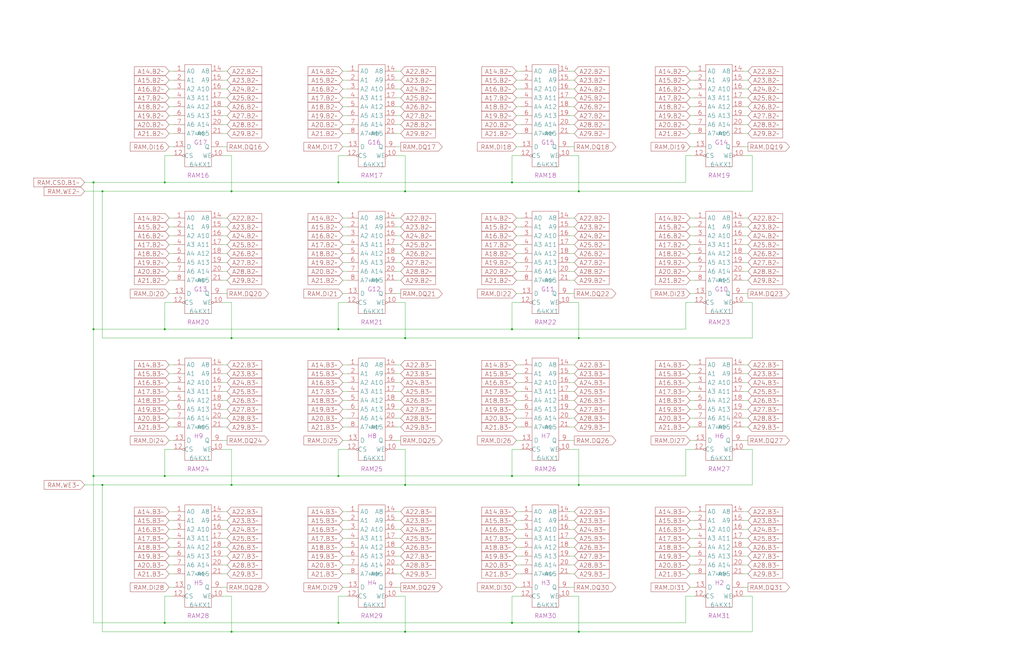
<source format=kicad_sch>
(kicad_sch (version 20230121) (generator eeschema)
  (paper "User" 584.2 378.46)
  (title_block (title "RAMS\\nBANK 0\\nBYTE 2 / BYTE 3") (date "22-SEP-90") (rev "2.0") (comment 1 "IOC") (comment 2 "232-003061") (comment 3 "S400") (comment 4 "RELEASED"))
  (junction (at 292.1 271.78))
  (junction (at 53.34 104.14))
  (junction (at 93.98 271.78))
  (junction (at 53.34 187.96))
  (junction (at 231.14 360.68))
  (junction (at 53.34 271.78))
  (junction (at 93.98 104.14))
  (junction (at 292.1 355.6))
  (junction (at 132.08 193.04))
  (junction (at 193.04 104.14))
  (junction (at 330.2 193.04))
  (junction (at 330.2 276.86))
  (junction (at 58.42 109.22))
  (junction (at 132.08 276.86))
  (junction (at 193.04 271.78))
  (junction (at 231.14 276.86))
  (junction (at 231.14 193.04))
  (junction (at 93.98 187.96))
  (junction (at 132.08 109.22))
  (junction (at 193.04 187.96))
  (junction (at 132.08 360.68))
  (junction (at 330.2 360.68))
  (junction (at 292.1 187.96))
  (junction (at 58.42 276.86))
  (junction (at 193.04 355.6))
  (junction (at 231.14 109.22))
  (junction (at 292.1 104.14))
  (junction (at 330.2 109.22))
  (junction (at 93.98 355.6))
  (wire (pts (xy 195.58 335.28) (xy 198.12 335.28)))
  (wire (pts (xy 424.18 292.1) (xy 426.72 292.1)))
  (wire (pts (xy 231.14 256.54) (xy 231.14 276.86)))
  (wire (pts (xy 96.52 228.6) (xy 99.06 228.6)))
  (wire (pts (xy 96.52 124.46) (xy 99.06 124.46)))
  (wire (pts (xy 132.08 340.36) (xy 132.08 360.68)))
  (wire (pts (xy 127 154.94) (xy 129.54 154.94)))
  (wire (pts (xy 325.12 71.12) (xy 327.66 71.12)))
  (wire (pts (xy 127 76.2) (xy 129.54 76.2)))
  (wire (pts (xy 226.06 160.02) (xy 228.6 160.02)))
  (wire (pts (xy 226.06 256.54) (xy 231.14 256.54)))
  (wire (pts (xy 294.64 160.02) (xy 297.18 160.02)))
  (wire (pts (xy 424.18 238.76) (xy 426.72 238.76)))
  (wire (pts (xy 325.12 223.52) (xy 327.66 223.52)))
  (wire (pts (xy 198.12 88.9) (xy 193.04 88.9)))
  (wire (pts (xy 424.18 327.66) (xy 426.72 327.66)))
  (wire (pts (xy 96.52 317.5) (xy 99.06 317.5)))
  (wire (pts (xy 226.06 71.12) (xy 228.6 71.12)))
  (wire (pts (xy 294.64 167.64) (xy 297.18 167.64)))
  (wire (pts (xy 96.52 292.1) (xy 99.06 292.1)))
  (wire (pts (xy 325.12 88.9) (xy 330.2 88.9)))
  (wire (pts (xy 294.64 228.6) (xy 297.18 228.6)))
  (wire (pts (xy 195.58 233.68) (xy 198.12 233.68)))
  (wire (pts (xy 193.04 88.9) (xy 193.04 104.14)))
  (wire (pts (xy 231.14 172.72) (xy 231.14 193.04)))
  (wire (pts (xy 127 208.28) (xy 129.54 208.28)))
  (wire (pts (xy 226.06 302.26) (xy 228.6 302.26)))
  (wire (pts (xy 424.18 297.18) (xy 426.72 297.18)))
  (wire (pts (xy 325.12 139.7) (xy 327.66 139.7)))
  (wire (pts (xy 294.64 134.62) (xy 297.18 134.62)))
  (wire (pts (xy 226.06 124.46) (xy 228.6 124.46)))
  (wire (pts (xy 193.04 172.72) (xy 193.04 187.96)))
  (wire (pts (xy 96.52 134.62) (xy 99.06 134.62)))
  (wire (pts (xy 195.58 317.5) (xy 198.12 317.5)))
  (wire (pts (xy 193.04 187.96) (xy 292.1 187.96)))
  (wire (pts (xy 226.06 327.66) (xy 228.6 327.66)))
  (wire (pts (xy 195.58 149.86) (xy 198.12 149.86)))
  (wire (pts (xy 96.52 40.64) (xy 99.06 40.64)))
  (wire (pts (xy 226.06 233.68) (xy 228.6 233.68)))
  (wire (pts (xy 127 149.86) (xy 129.54 149.86)))
  (wire (pts (xy 294.64 297.18) (xy 297.18 297.18)))
  (wire (pts (xy 393.7 317.5) (xy 396.24 317.5)))
  (wire (pts (xy 424.18 256.54) (xy 429.26 256.54)))
  (wire (pts (xy 195.58 307.34) (xy 198.12 307.34)))
  (wire (pts (xy 325.12 76.2) (xy 327.66 76.2)))
  (wire (pts (xy 96.52 160.02) (xy 99.06 160.02)))
  (wire (pts (xy 429.26 360.68) (xy 330.2 360.68)))
  (wire (pts (xy 393.7 50.8) (xy 396.24 50.8)))
  (wire (pts (xy 198.12 256.54) (xy 193.04 256.54)))
  (wire (pts (xy 325.12 134.62) (xy 327.66 134.62)))
  (wire (pts (xy 294.64 83.82) (xy 297.18 83.82)))
  (wire (pts (xy 325.12 307.34) (xy 327.66 307.34)))
  (wire (pts (xy 393.7 167.64) (xy 396.24 167.64)))
  (wire (pts (xy 195.58 45.72) (xy 198.12 45.72)))
  (wire (pts (xy 195.58 327.66) (xy 198.12 327.66)))
  (wire (pts (xy 226.06 154.94) (xy 228.6 154.94)))
  (wire (pts (xy 424.18 154.94) (xy 426.72 154.94)))
  (wire (pts (xy 325.12 238.76) (xy 327.66 238.76)))
  (wire (pts (xy 93.98 88.9) (xy 93.98 104.14)))
  (wire (pts (xy 424.18 40.64) (xy 426.72 40.64)))
  (wire (pts (xy 325.12 251.46) (xy 327.66 251.46)))
  (wire (pts (xy 393.7 213.36) (xy 396.24 213.36)))
  (wire (pts (xy 195.58 55.88) (xy 198.12 55.88)))
  (wire (pts (xy 294.64 149.86) (xy 297.18 149.86)))
  (wire (pts (xy 393.7 83.82) (xy 396.24 83.82)))
  (wire (pts (xy 294.64 76.2) (xy 297.18 76.2)))
  (wire (pts (xy 58.42 360.68) (xy 58.42 276.86)))
  (wire (pts (xy 297.18 340.36) (xy 292.1 340.36)))
  (wire (pts (xy 195.58 167.64) (xy 198.12 167.64)))
  (wire (pts (xy 294.64 129.54) (xy 297.18 129.54)))
  (wire (pts (xy 193.04 104.14) (xy 292.1 104.14)))
  (wire (pts (xy 198.12 340.36) (xy 193.04 340.36)))
  (wire (pts (xy 391.16 340.36) (xy 391.16 355.6)))
  (wire (pts (xy 93.98 340.36) (xy 93.98 355.6)))
  (wire (pts (xy 424.18 160.02) (xy 426.72 160.02)))
  (wire (pts (xy 48.26 276.86) (xy 58.42 276.86)))
  (wire (pts (xy 294.64 233.68) (xy 297.18 233.68)))
  (wire (pts (xy 393.7 243.84) (xy 396.24 243.84)))
  (wire (pts (xy 424.18 124.46) (xy 426.72 124.46)))
  (wire (pts (xy 424.18 243.84) (xy 426.72 243.84)))
  (wire (pts (xy 393.7 154.94) (xy 396.24 154.94)))
  (wire (pts (xy 132.08 88.9) (xy 132.08 109.22)))
  (wire (pts (xy 96.52 213.36) (xy 99.06 213.36)))
  (wire (pts (xy 127 292.1) (xy 129.54 292.1)))
  (wire (pts (xy 393.7 335.28) (xy 396.24 335.28)))
  (wire (pts (xy 195.58 213.36) (xy 198.12 213.36)))
  (wire (pts (xy 226.06 167.64) (xy 228.6 167.64)))
  (wire (pts (xy 424.18 218.44) (xy 426.72 218.44)))
  (wire (pts (xy 424.18 60.96) (xy 426.72 60.96)))
  (wire (pts (xy 198.12 172.72) (xy 193.04 172.72)))
  (wire (pts (xy 96.52 144.78) (xy 99.06 144.78)))
  (wire (pts (xy 396.24 88.9) (xy 391.16 88.9)))
  (wire (pts (xy 93.98 104.14) (xy 193.04 104.14)))
  (wire (pts (xy 195.58 66.04) (xy 198.12 66.04)))
  (wire (pts (xy 195.58 144.78) (xy 198.12 144.78)))
  (wire (pts (xy 127 243.84) (xy 129.54 243.84)))
  (wire (pts (xy 393.7 292.1) (xy 396.24 292.1)))
  (wire (pts (xy 396.24 172.72) (xy 391.16 172.72)))
  (wire (pts (xy 226.06 208.28) (xy 228.6 208.28)))
  (wire (pts (xy 195.58 238.76) (xy 198.12 238.76)))
  (wire (pts (xy 424.18 317.5) (xy 426.72 317.5)))
  (wire (pts (xy 127 134.62) (xy 129.54 134.62)))
  (wire (pts (xy 294.64 302.26) (xy 297.18 302.26)))
  (wire (pts (xy 195.58 83.82) (xy 198.12 83.82)))
  (wire (pts (xy 127 307.34) (xy 129.54 307.34)))
  (wire (pts (xy 195.58 160.02) (xy 198.12 160.02)))
  (wire (pts (xy 96.52 302.26) (xy 99.06 302.26)))
  (wire (pts (xy 96.52 50.8) (xy 99.06 50.8)))
  (wire (pts (xy 226.06 129.54) (xy 228.6 129.54)))
  (wire (pts (xy 325.12 292.1) (xy 327.66 292.1)))
  (wire (pts (xy 325.12 335.28) (xy 327.66 335.28)))
  (wire (pts (xy 424.18 322.58) (xy 426.72 322.58)))
  (wire (pts (xy 127 327.66) (xy 129.54 327.66)))
  (wire (pts (xy 127 340.36) (xy 132.08 340.36)))
  (wire (pts (xy 292.1 256.54) (xy 292.1 271.78)))
  (wire (pts (xy 195.58 297.18) (xy 198.12 297.18)))
  (wire (pts (xy 127 139.7) (xy 129.54 139.7)))
  (wire (pts (xy 96.52 154.94) (xy 99.06 154.94)))
  (wire (pts (xy 393.7 327.66) (xy 396.24 327.66)))
  (wire (pts (xy 226.06 307.34) (xy 228.6 307.34)))
  (wire (pts (xy 424.18 302.26) (xy 426.72 302.26)))
  (wire (pts (xy 195.58 292.1) (xy 198.12 292.1)))
  (wire (pts (xy 393.7 302.26) (xy 396.24 302.26)))
  (wire (pts (xy 132.08 172.72) (xy 132.08 193.04)))
  (wire (pts (xy 429.26 340.36) (xy 429.26 360.68)))
  (wire (pts (xy 226.06 50.8) (xy 228.6 50.8)))
  (wire (pts (xy 325.12 167.64) (xy 327.66 167.64)))
  (wire (pts (xy 294.64 144.78) (xy 297.18 144.78)))
  (wire (pts (xy 391.16 271.78) (xy 292.1 271.78)))
  (wire (pts (xy 424.18 223.52) (xy 426.72 223.52)))
  (wire (pts (xy 226.06 172.72) (xy 231.14 172.72)))
  (wire (pts (xy 193.04 355.6) (xy 292.1 355.6)))
  (wire (pts (xy 96.52 312.42) (xy 99.06 312.42)))
  (wire (pts (xy 393.7 60.96) (xy 396.24 60.96)))
  (wire (pts (xy 96.52 76.2) (xy 99.06 76.2)))
  (wire (pts (xy 96.52 45.72) (xy 99.06 45.72)))
  (wire (pts (xy 127 71.12) (xy 129.54 71.12)))
  (wire (pts (xy 294.64 45.72) (xy 297.18 45.72)))
  (wire (pts (xy 294.64 251.46) (xy 297.18 251.46)))
  (wire (pts (xy 294.64 55.88) (xy 297.18 55.88)))
  (wire (pts (xy 424.18 50.8) (xy 426.72 50.8)))
  (wire (pts (xy 424.18 167.64) (xy 426.72 167.64)))
  (wire (pts (xy 195.58 312.42) (xy 198.12 312.42)))
  (wire (pts (xy 231.14 88.9) (xy 231.14 109.22)))
  (wire (pts (xy 325.12 322.58) (xy 327.66 322.58)))
  (wire (pts (xy 297.18 256.54) (xy 292.1 256.54)))
  (wire (pts (xy 226.06 312.42) (xy 228.6 312.42)))
  (wire (pts (xy 231.14 360.68) (xy 132.08 360.68)))
  (wire (pts (xy 424.18 312.42) (xy 426.72 312.42)))
  (wire (pts (xy 292.1 104.14) (xy 391.16 104.14)))
  (wire (pts (xy 393.7 228.6) (xy 396.24 228.6)))
  (wire (pts (xy 391.16 256.54) (xy 391.16 271.78)))
  (wire (pts (xy 127 302.26) (xy 129.54 302.26)))
  (wire (pts (xy 127 167.64) (xy 129.54 167.64)))
  (wire (pts (xy 294.64 243.84) (xy 297.18 243.84)))
  (wire (pts (xy 96.52 307.34) (xy 99.06 307.34)))
  (wire (pts (xy 195.58 302.26) (xy 198.12 302.26)))
  (wire (pts (xy 393.7 55.88) (xy 396.24 55.88)))
  (wire (pts (xy 424.18 66.04) (xy 426.72 66.04)))
  (wire (pts (xy 127 297.18) (xy 129.54 297.18)))
  (wire (pts (xy 195.58 60.96) (xy 198.12 60.96)))
  (wire (pts (xy 127 50.8) (xy 129.54 50.8)))
  (wire (pts (xy 96.52 335.28) (xy 99.06 335.28)))
  (wire (pts (xy 297.18 88.9) (xy 292.1 88.9)))
  (wire (pts (xy 193.04 271.78) (xy 93.98 271.78)))
  (wire (pts (xy 396.24 256.54) (xy 391.16 256.54)))
  (wire (pts (xy 99.06 88.9) (xy 93.98 88.9)))
  (wire (pts (xy 393.7 251.46) (xy 396.24 251.46)))
  (wire (pts (xy 393.7 144.78) (xy 396.24 144.78)))
  (wire (pts (xy 96.52 243.84) (xy 99.06 243.84)))
  (wire (pts (xy 195.58 243.84) (xy 198.12 243.84)))
  (wire (pts (xy 226.06 297.18) (xy 228.6 297.18)))
  (wire (pts (xy 330.2 340.36) (xy 330.2 360.68)))
  (wire (pts (xy 292.1 271.78) (xy 193.04 271.78)))
  (wire (pts (xy 424.18 88.9) (xy 429.26 88.9)))
  (wire (pts (xy 127 223.52) (xy 129.54 223.52)))
  (wire (pts (xy 99.06 172.72) (xy 93.98 172.72)))
  (wire (pts (xy 96.52 218.44) (xy 99.06 218.44)))
  (wire (pts (xy 393.7 40.64) (xy 396.24 40.64)))
  (wire (pts (xy 96.52 66.04) (xy 99.06 66.04)))
  (wire (pts (xy 96.52 238.76) (xy 99.06 238.76)))
  (wire (pts (xy 127 40.64) (xy 129.54 40.64)))
  (wire (pts (xy 93.98 172.72) (xy 93.98 187.96)))
  (wire (pts (xy 226.06 60.96) (xy 228.6 60.96)))
  (wire (pts (xy 195.58 322.58) (xy 198.12 322.58)))
  (wire (pts (xy 424.18 45.72) (xy 426.72 45.72)))
  (wire (pts (xy 393.7 238.76) (xy 396.24 238.76)))
  (wire (pts (xy 424.18 144.78) (xy 426.72 144.78)))
  (wire (pts (xy 127 256.54) (xy 132.08 256.54)))
  (wire (pts (xy 292.1 355.6) (xy 391.16 355.6)))
  (wire (pts (xy 96.52 327.66) (xy 99.06 327.66)))
  (wire (pts (xy 132.08 193.04) (xy 231.14 193.04)))
  (wire (pts (xy 127 60.96) (xy 129.54 60.96)))
  (wire (pts (xy 292.1 172.72) (xy 292.1 187.96)))
  (wire (pts (xy 96.52 139.7) (xy 99.06 139.7)))
  (wire (pts (xy 424.18 149.86) (xy 426.72 149.86)))
  (wire (pts (xy 127 251.46) (xy 129.54 251.46)))
  (wire (pts (xy 231.14 276.86) (xy 330.2 276.86)))
  (wire (pts (xy 96.52 322.58) (xy 99.06 322.58)))
  (wire (pts (xy 53.34 104.14) (xy 93.98 104.14)))
  (wire (pts (xy 424.18 208.28) (xy 426.72 208.28)))
  (wire (pts (xy 226.06 322.58) (xy 228.6 322.58)))
  (wire (pts (xy 325.12 55.88) (xy 327.66 55.88)))
  (wire (pts (xy 96.52 251.46) (xy 99.06 251.46)))
  (wire (pts (xy 294.64 50.8) (xy 297.18 50.8)))
  (wire (pts (xy 96.52 297.18) (xy 99.06 297.18)))
  (wire (pts (xy 393.7 45.72) (xy 396.24 45.72)))
  (wire (pts (xy 325.12 40.64) (xy 327.66 40.64)))
  (wire (pts (xy 96.52 83.82) (xy 99.06 83.82)))
  (wire (pts (xy 96.52 71.12) (xy 99.06 71.12)))
  (wire (pts (xy 294.64 66.04) (xy 297.18 66.04)))
  (wire (pts (xy 226.06 243.84) (xy 228.6 243.84)))
  (wire (pts (xy 226.06 45.72) (xy 228.6 45.72)))
  (wire (pts (xy 127 83.82) (xy 129.54 83.82)))
  (wire (pts (xy 226.06 251.46) (xy 228.6 251.46)))
  (wire (pts (xy 424.18 307.34) (xy 426.72 307.34)))
  (wire (pts (xy 325.12 340.36) (xy 330.2 340.36)))
  (wire (pts (xy 226.06 228.6) (xy 228.6 228.6)))
  (wire (pts (xy 330.2 276.86) (xy 429.26 276.86)))
  (wire (pts (xy 93.98 271.78) (xy 53.34 271.78)))
  (wire (pts (xy 325.12 83.82) (xy 327.66 83.82)))
  (wire (pts (xy 294.64 238.76) (xy 297.18 238.76)))
  (wire (pts (xy 393.7 71.12) (xy 396.24 71.12)))
  (wire (pts (xy 53.34 355.6) (xy 93.98 355.6)))
  (wire (pts (xy 294.64 312.42) (xy 297.18 312.42)))
  (wire (pts (xy 292.1 187.96) (xy 391.16 187.96)))
  (wire (pts (xy 325.12 172.72) (xy 330.2 172.72)))
  (wire (pts (xy 226.06 55.88) (xy 228.6 55.88)))
  (wire (pts (xy 96.52 149.86) (xy 99.06 149.86)))
  (wire (pts (xy 127 66.04) (xy 129.54 66.04)))
  (wire (pts (xy 53.34 187.96) (xy 53.34 271.78)))
  (wire (pts (xy 96.52 167.64) (xy 99.06 167.64)))
  (wire (pts (xy 393.7 312.42) (xy 396.24 312.42)))
  (wire (pts (xy 325.12 302.26) (xy 327.66 302.26)))
  (wire (pts (xy 127 172.72) (xy 132.08 172.72)))
  (wire (pts (xy 127 238.76) (xy 129.54 238.76)))
  (wire (pts (xy 429.26 88.9) (xy 429.26 109.22)))
  (wire (pts (xy 424.18 71.12) (xy 426.72 71.12)))
  (wire (pts (xy 93.98 187.96) (xy 53.34 187.96)))
  (wire (pts (xy 226.06 66.04) (xy 228.6 66.04)))
  (wire (pts (xy 325.12 149.86) (xy 327.66 149.86)))
  (wire (pts (xy 132.08 256.54) (xy 132.08 276.86)))
  (wire (pts (xy 195.58 154.94) (xy 198.12 154.94)))
  (wire (pts (xy 195.58 223.52) (xy 198.12 223.52)))
  (wire (pts (xy 127 160.02) (xy 129.54 160.02)))
  (wire (pts (xy 325.12 218.44) (xy 327.66 218.44)))
  (wire (pts (xy 325.12 60.96) (xy 327.66 60.96)))
  (wire (pts (xy 424.18 228.6) (xy 426.72 228.6)))
  (wire (pts (xy 297.18 172.72) (xy 292.1 172.72)))
  (wire (pts (xy 325.12 256.54) (xy 330.2 256.54)))
  (wire (pts (xy 96.52 233.68) (xy 99.06 233.68)))
  (wire (pts (xy 294.64 60.96) (xy 297.18 60.96)))
  (wire (pts (xy 325.12 317.5) (xy 327.66 317.5)))
  (wire (pts (xy 294.64 71.12) (xy 297.18 71.12)))
  (wire (pts (xy 127 317.5) (xy 129.54 317.5)))
  (wire (pts (xy 127 312.42) (xy 129.54 312.42)))
  (wire (pts (xy 393.7 208.28) (xy 396.24 208.28)))
  (wire (pts (xy 294.64 327.66) (xy 297.18 327.66)))
  (wire (pts (xy 99.06 340.36) (xy 93.98 340.36)))
  (wire (pts (xy 393.7 223.52) (xy 396.24 223.52)))
  (wire (pts (xy 226.06 83.82) (xy 228.6 83.82)))
  (wire (pts (xy 325.12 154.94) (xy 327.66 154.94)))
  (wire (pts (xy 393.7 139.7) (xy 396.24 139.7)))
  (wire (pts (xy 195.58 251.46) (xy 198.12 251.46)))
  (wire (pts (xy 325.12 144.78) (xy 327.66 144.78)))
  (wire (pts (xy 93.98 187.96) (xy 193.04 187.96)))
  (wire (pts (xy 424.18 55.88) (xy 426.72 55.88)))
  (wire (pts (xy 226.06 213.36) (xy 228.6 213.36)))
  (wire (pts (xy 424.18 83.82) (xy 426.72 83.82)))
  (wire (pts (xy 325.12 160.02) (xy 327.66 160.02)))
  (wire (pts (xy 127 228.6) (xy 129.54 228.6)))
  (wire (pts (xy 294.64 335.28) (xy 297.18 335.28)))
  (wire (pts (xy 391.16 88.9) (xy 391.16 104.14)))
  (wire (pts (xy 226.06 292.1) (xy 228.6 292.1)))
  (wire (pts (xy 424.18 340.36) (xy 429.26 340.36)))
  (wire (pts (xy 325.12 208.28) (xy 327.66 208.28)))
  (wire (pts (xy 226.06 317.5) (xy 228.6 317.5)))
  (wire (pts (xy 226.06 134.62) (xy 228.6 134.62)))
  (wire (pts (xy 325.12 327.66) (xy 327.66 327.66)))
  (wire (pts (xy 325.12 243.84) (xy 327.66 243.84)))
  (wire (pts (xy 396.24 340.36) (xy 391.16 340.36)))
  (wire (pts (xy 93.98 256.54) (xy 93.98 271.78)))
  (wire (pts (xy 231.14 109.22) (xy 330.2 109.22)))
  (wire (pts (xy 325.12 66.04) (xy 327.66 66.04)))
  (wire (pts (xy 226.06 218.44) (xy 228.6 218.44)))
  (wire (pts (xy 195.58 208.28) (xy 198.12 208.28)))
  (wire (pts (xy 195.58 76.2) (xy 198.12 76.2)))
  (wire (pts (xy 132.08 276.86) (xy 231.14 276.86)))
  (wire (pts (xy 96.52 129.54) (xy 99.06 129.54)))
  (wire (pts (xy 127 124.46) (xy 129.54 124.46)))
  (wire (pts (xy 58.42 276.86) (xy 132.08 276.86)))
  (wire (pts (xy 424.18 139.7) (xy 426.72 139.7)))
  (wire (pts (xy 325.12 124.46) (xy 327.66 124.46)))
  (wire (pts (xy 292.1 340.36) (xy 292.1 355.6)))
  (wire (pts (xy 127 45.72) (xy 129.54 45.72)))
  (wire (pts (xy 294.64 317.5) (xy 297.18 317.5)))
  (wire (pts (xy 330.2 193.04) (xy 429.26 193.04)))
  (wire (pts (xy 195.58 129.54) (xy 198.12 129.54)))
  (wire (pts (xy 330.2 172.72) (xy 330.2 193.04)))
  (wire (pts (xy 96.52 223.52) (xy 99.06 223.52)))
  (wire (pts (xy 294.64 218.44) (xy 297.18 218.44)))
  (wire (pts (xy 195.58 228.6) (xy 198.12 228.6)))
  (wire (pts (xy 93.98 355.6) (xy 193.04 355.6)))
  (wire (pts (xy 127 335.28) (xy 129.54 335.28)))
  (wire (pts (xy 391.16 172.72) (xy 391.16 187.96)))
  (wire (pts (xy 294.64 40.64) (xy 297.18 40.64)))
  (wire (pts (xy 226.06 223.52) (xy 228.6 223.52)))
  (wire (pts (xy 58.42 109.22) (xy 132.08 109.22)))
  (wire (pts (xy 195.58 71.12) (xy 198.12 71.12)))
  (wire (pts (xy 294.64 208.28) (xy 297.18 208.28)))
  (wire (pts (xy 325.12 129.54) (xy 327.66 129.54)))
  (wire (pts (xy 294.64 139.7) (xy 297.18 139.7)))
  (wire (pts (xy 325.12 228.6) (xy 327.66 228.6)))
  (wire (pts (xy 226.06 76.2) (xy 228.6 76.2)))
  (wire (pts (xy 226.06 335.28) (xy 228.6 335.28)))
  (wire (pts (xy 132.08 193.04) (xy 58.42 193.04)))
  (wire (pts (xy 393.7 322.58) (xy 396.24 322.58)))
  (wire (pts (xy 53.34 187.96) (xy 53.34 104.14)))
  (wire (pts (xy 393.7 307.34) (xy 396.24 307.34)))
  (wire (pts (xy 393.7 149.86) (xy 396.24 149.86)))
  (wire (pts (xy 424.18 129.54) (xy 426.72 129.54)))
  (wire (pts (xy 294.64 154.94) (xy 297.18 154.94)))
  (wire (pts (xy 393.7 124.46) (xy 396.24 124.46)))
  (wire (pts (xy 226.06 88.9) (xy 231.14 88.9)))
  (wire (pts (xy 53.34 271.78) (xy 53.34 355.6)))
  (wire (pts (xy 127 129.54) (xy 129.54 129.54)))
  (wire (pts (xy 96.52 60.96) (xy 99.06 60.96)))
  (wire (pts (xy 127 322.58) (xy 129.54 322.58)))
  (wire (pts (xy 424.18 76.2) (xy 426.72 76.2)))
  (wire (pts (xy 325.12 233.68) (xy 327.66 233.68)))
  (wire (pts (xy 193.04 256.54) (xy 193.04 271.78)))
  (wire (pts (xy 330.2 256.54) (xy 330.2 276.86)))
  (wire (pts (xy 294.64 307.34) (xy 297.18 307.34)))
  (wire (pts (xy 294.64 223.52) (xy 297.18 223.52)))
  (wire (pts (xy 132.08 360.68) (xy 58.42 360.68)))
  (wire (pts (xy 127 55.88) (xy 129.54 55.88)))
  (wire (pts (xy 424.18 213.36) (xy 426.72 213.36)))
  (wire (pts (xy 294.64 124.46) (xy 297.18 124.46)))
  (wire (pts (xy 48.26 109.22) (xy 58.42 109.22)))
  (wire (pts (xy 424.18 335.28) (xy 426.72 335.28)))
  (wire (pts (xy 231.14 193.04) (xy 330.2 193.04)))
  (wire (pts (xy 330.2 360.68) (xy 231.14 360.68)))
  (wire (pts (xy 424.18 251.46) (xy 426.72 251.46)))
  (wire (pts (xy 195.58 139.7) (xy 198.12 139.7)))
  (wire (pts (xy 226.06 40.64) (xy 228.6 40.64)))
  (wire (pts (xy 226.06 144.78) (xy 228.6 144.78)))
  (wire (pts (xy 99.06 256.54) (xy 93.98 256.54)))
  (wire (pts (xy 195.58 40.64) (xy 198.12 40.64)))
  (wire (pts (xy 393.7 233.68) (xy 396.24 233.68)))
  (wire (pts (xy 127 213.36) (xy 129.54 213.36)))
  (wire (pts (xy 127 144.78) (xy 129.54 144.78)))
  (wire (pts (xy 325.12 45.72) (xy 327.66 45.72)))
  (wire (pts (xy 325.12 50.8) (xy 327.66 50.8)))
  (wire (pts (xy 96.52 208.28) (xy 99.06 208.28)))
  (wire (pts (xy 195.58 50.8) (xy 198.12 50.8)))
  (wire (pts (xy 132.08 109.22) (xy 231.14 109.22)))
  (wire (pts (xy 226.06 340.36) (xy 231.14 340.36)))
  (wire (pts (xy 325.12 213.36) (xy 327.66 213.36)))
  (wire (pts (xy 231.14 340.36) (xy 231.14 360.68)))
  (wire (pts (xy 393.7 129.54) (xy 396.24 129.54)))
  (wire (pts (xy 294.64 213.36) (xy 297.18 213.36)))
  (wire (pts (xy 393.7 160.02) (xy 396.24 160.02)))
  (wire (pts (xy 429.26 256.54) (xy 429.26 276.86)))
  (wire (pts (xy 193.04 340.36) (xy 193.04 355.6)))
  (wire (pts (xy 195.58 124.46) (xy 198.12 124.46)))
  (wire (pts (xy 424.18 233.68) (xy 426.72 233.68)))
  (wire (pts (xy 48.26 104.14) (xy 53.34 104.14)))
  (wire (pts (xy 96.52 55.88) (xy 99.06 55.88)))
  (wire (pts (xy 325.12 297.18) (xy 327.66 297.18)))
  (wire (pts (xy 393.7 297.18) (xy 396.24 297.18)))
  (wire (pts (xy 393.7 134.62) (xy 396.24 134.62)))
  (wire (pts (xy 226.06 139.7) (xy 228.6 139.7)))
  (wire (pts (xy 58.42 193.04) (xy 58.42 109.22)))
  (wire (pts (xy 127 233.68) (xy 129.54 233.68)))
  (wire (pts (xy 330.2 109.22) (xy 429.26 109.22)))
  (wire (pts (xy 330.2 88.9) (xy 330.2 109.22)))
  (wire (pts (xy 226.06 238.76) (xy 228.6 238.76)))
  (wire (pts (xy 127 88.9) (xy 132.08 88.9)))
  (wire (pts (xy 325.12 312.42) (xy 327.66 312.42)))
  (wire (pts (xy 429.26 172.72) (xy 429.26 193.04)))
  (wire (pts (xy 393.7 218.44) (xy 396.24 218.44)))
  (wire (pts (xy 226.06 149.86) (xy 228.6 149.86)))
  (wire (pts (xy 294.64 292.1) (xy 297.18 292.1)))
  (wire (pts (xy 195.58 134.62) (xy 198.12 134.62)))
  (wire (pts (xy 424.18 134.62) (xy 426.72 134.62)))
  (wire (pts (xy 393.7 66.04) (xy 396.24 66.04)))
  (wire (pts (xy 195.58 218.44) (xy 198.12 218.44)))
  (wire (pts (xy 127 218.44) (xy 129.54 218.44)))
  (wire (pts (xy 424.18 172.72) (xy 429.26 172.72)))
  (wire (pts (xy 294.64 322.58) (xy 297.18 322.58)))
  (wire (pts (xy 393.7 76.2) (xy 396.24 76.2)))
  (wire (pts (xy 292.1 88.9) (xy 292.1 104.14)))
  (global_label "A29.B3~" (shape input) (at 327.66 327.66 0) (effects (font (size 2.54 2.54))) (property "Intersheetrefs" "${INTERSHEET_REFS}" (at 348.107 327.5013 0) (effects (font (size 1.905 1.905)) (justify left))))
  (global_label "A24.B2~" (shape input) (at 327.66 134.62 0) (effects (font (size 2.54 2.54))) (property "Intersheetrefs" "${INTERSHEET_REFS}" (at 348.107 134.4613 0) (effects (font (size 1.905 1.905)) (justify left))))
  (global_label "RAM.DQ18" (shape output) (at 327.66 83.82 0) (effects (font (size 2.54 2.54))) (property "Intersheetrefs" "${INTERSHEET_REFS}" (at 351.7356 83.6613 0) (effects (font (size 1.905 1.905)) (justify left))))
  (global_label "A16.B3~" (shape input) (at 195.58 302.26 180) (effects (font (size 2.54 2.54))) (property "Intersheetrefs" "${INTERSHEET_REFS}" (at 175.3749 302.1013 0) (effects (font (size 1.905 1.905)) (justify right))))
  (global_label "A26.B2~" (shape input) (at 129.54 60.96 0) (effects (font (size 2.54 2.54))) (property "Intersheetrefs" "${INTERSHEET_REFS}" (at 149.987 60.8013 0) (effects (font (size 1.905 1.905)) (justify left))))
  (global_label "A22.B3~" (shape input) (at 129.54 292.1 0) (effects (font (size 2.54 2.54))) (property "Intersheetrefs" "${INTERSHEET_REFS}" (at 149.7451 291.9413 0) (effects (font (size 1.905 1.905)) (justify left))))
  (global_label "A29.B2~" (shape input) (at 426.72 160.02 0) (effects (font (size 2.54 2.54))) (property "Intersheetrefs" "${INTERSHEET_REFS}" (at 447.167 159.8613 0) (effects (font (size 1.905 1.905)) (justify left))))
  (global_label "A24.B3~" (shape input) (at 228.6 302.26 0) (effects (font (size 2.54 2.54))) (property "Intersheetrefs" "${INTERSHEET_REFS}" (at 249.047 302.1013 0) (effects (font (size 1.905 1.905)) (justify left))))
  (global_label "A15.B2~" (shape input) (at 294.64 129.54 180) (effects (font (size 2.54 2.54))) (property "Intersheetrefs" "${INTERSHEET_REFS}" (at 274.193 129.3813 0) (effects (font (size 1.905 1.905)) (justify right))))
  (global_label "A28.B3~" (shape input) (at 129.54 238.76 0) (effects (font (size 2.54 2.54))) (property "Intersheetrefs" "${INTERSHEET_REFS}" (at 149.987 238.6013 0) (effects (font (size 1.905 1.905)) (justify left))))
  (global_label "RAM.DI23" (shape input) (at 393.7 167.64 180) (effects (font (size 2.54 2.54))) (property "Intersheetrefs" "${INTERSHEET_REFS}" (at 371.0759 167.4813 0) (effects (font (size 1.905 1.905)) (justify right))))
  (global_label "A17.B3~" (shape input) (at 96.52 307.34 180) (effects (font (size 2.54 2.54))) (property "Intersheetrefs" "${INTERSHEET_REFS}" (at 76.073 307.1813 0) (effects (font (size 1.905 1.905)) (justify right))))
  (global_label "A22.B2~" (shape input) (at 129.54 40.64 0) (effects (font (size 2.54 2.54))) (property "Intersheetrefs" "${INTERSHEET_REFS}" (at 149.7451 40.4813 0) (effects (font (size 1.905 1.905)) (justify left))))
  (global_label "A14.B3~" (shape input) (at 393.7 292.1 180) (effects (font (size 2.54 2.54))) (property "Intersheetrefs" "${INTERSHEET_REFS}" (at 373.4949 291.9413 0) (effects (font (size 1.905 1.905)) (justify right))))
  (global_label "RAM.DQ24" (shape output) (at 129.54 251.46 0) (effects (font (size 2.54 2.54))) (property "Intersheetrefs" "${INTERSHEET_REFS}" (at 153.6156 251.3013 0) (effects (font (size 1.905 1.905)) (justify left))))
  (global_label "A29.B3~" (shape input) (at 426.72 327.66 0) (effects (font (size 2.54 2.54))) (property "Intersheetrefs" "${INTERSHEET_REFS}" (at 447.167 327.5013 0) (effects (font (size 1.905 1.905)) (justify left))))
  (global_label "A15.B3~" (shape input) (at 195.58 213.36 180) (effects (font (size 2.54 2.54))) (property "Intersheetrefs" "${INTERSHEET_REFS}" (at 175.133 213.2013 0) (effects (font (size 1.905 1.905)) (justify right))))
  (global_label "A18.B3~" (shape input) (at 195.58 228.6 180) (effects (font (size 2.54 2.54))) (property "Intersheetrefs" "${INTERSHEET_REFS}" (at 175.133 228.4413 0) (effects (font (size 1.905 1.905)) (justify right))))
  (global_label "A24.B2~" (shape input) (at 426.72 134.62 0) (effects (font (size 2.54 2.54))) (property "Intersheetrefs" "${INTERSHEET_REFS}" (at 447.167 134.4613 0) (effects (font (size 1.905 1.905)) (justify left))))
  (global_label "A25.B3~" (shape input) (at 129.54 307.34 0) (effects (font (size 2.54 2.54))) (property "Intersheetrefs" "${INTERSHEET_REFS}" (at 149.987 307.1813 0) (effects (font (size 1.905 1.905)) (justify left))))
  (global_label "A22.B2~" (shape input) (at 228.6 40.64 0) (effects (font (size 2.54 2.54))) (property "Intersheetrefs" "${INTERSHEET_REFS}" (at 248.8051 40.4813 0) (effects (font (size 1.905 1.905)) (justify left))))
  (global_label "A26.B2~" (shape input) (at 327.66 144.78 0) (effects (font (size 2.54 2.54))) (property "Intersheetrefs" "${INTERSHEET_REFS}" (at 348.107 144.6213 0) (effects (font (size 1.905 1.905)) (justify left))))
  (global_label "A27.B2~" (shape input) (at 228.6 149.86 0) (effects (font (size 2.54 2.54))) (property "Intersheetrefs" "${INTERSHEET_REFS}" (at 249.047 149.7013 0) (effects (font (size 1.905 1.905)) (justify left))))
  (global_label "A15.B2~" (shape input) (at 393.7 129.54 180) (effects (font (size 2.54 2.54))) (property "Intersheetrefs" "${INTERSHEET_REFS}" (at 373.253 129.3813 0) (effects (font (size 1.905 1.905)) (justify right))))
  (global_label "A26.B2~" (shape input) (at 426.72 60.96 0) (effects (font (size 2.54 2.54))) (property "Intersheetrefs" "${INTERSHEET_REFS}" (at 447.167 60.8013 0) (effects (font (size 1.905 1.905)) (justify left))))
  (global_label "A16.B2~" (shape input) (at 294.64 134.62 180) (effects (font (size 2.54 2.54))) (property "Intersheetrefs" "${INTERSHEET_REFS}" (at 274.4349 134.4613 0) (effects (font (size 1.905 1.905)) (justify right))))
  (global_label "A23.B2~" (shape input) (at 327.66 129.54 0) (effects (font (size 2.54 2.54))) (property "Intersheetrefs" "${INTERSHEET_REFS}" (at 348.107 129.3813 0) (effects (font (size 1.905 1.905)) (justify left))))
  (global_label "A20.B3~" (shape input) (at 294.64 238.76 180) (effects (font (size 2.54 2.54))) (property "Intersheetrefs" "${INTERSHEET_REFS}" (at 274.193 238.6013 0) (effects (font (size 1.905 1.905)) (justify right))))
  (global_label "A16.B2~" (shape input) (at 393.7 134.62 180) (effects (font (size 2.54 2.54))) (property "Intersheetrefs" "${INTERSHEET_REFS}" (at 373.4949 134.4613 0) (effects (font (size 1.905 1.905)) (justify right))))
  (global_label "A20.B3~" (shape input) (at 96.52 238.76 180) (effects (font (size 2.54 2.54))) (property "Intersheetrefs" "${INTERSHEET_REFS}" (at 76.073 238.6013 0) (effects (font (size 1.905 1.905)) (justify right))))
  (global_label "RAM.DI26" (shape input) (at 294.64 251.46 180) (effects (font (size 2.54 2.54))) (property "Intersheetrefs" "${INTERSHEET_REFS}" (at 272.0159 251.3013 0) (effects (font (size 1.905 1.905)) (justify right))))
  (global_label "RAM.DI29" (shape input) (at 195.58 335.28 180) (effects (font (size 2.54 2.54))) (property "Intersheetrefs" "${INTERSHEET_REFS}" (at 172.9559 335.1213 0) (effects (font (size 1.905 1.905)) (justify right))))
  (global_label "A20.B3~" (shape input) (at 393.7 238.76 180) (effects (font (size 2.54 2.54))) (property "Intersheetrefs" "${INTERSHEET_REFS}" (at 373.253 238.6013 0) (effects (font (size 1.905 1.905)) (justify right))))
  (global_label "A28.B2~" (shape input) (at 426.72 71.12 0) (effects (font (size 2.54 2.54))) (property "Intersheetrefs" "${INTERSHEET_REFS}" (at 447.167 70.9613 0) (effects (font (size 1.905 1.905)) (justify left))))
  (global_label "A22.B3~" (shape input) (at 327.66 208.28 0) (effects (font (size 2.54 2.54))) (property "Intersheetrefs" "${INTERSHEET_REFS}" (at 347.8651 208.1213 0) (effects (font (size 1.905 1.905)) (justify left))))
  (global_label "A14.B2~" (shape input) (at 195.58 40.64 180) (effects (font (size 2.54 2.54))) (property "Intersheetrefs" "${INTERSHEET_REFS}" (at 175.3749 40.4813 0) (effects (font (size 1.905 1.905)) (justify right))))
  (global_label "A25.B3~" (shape input) (at 327.66 223.52 0) (effects (font (size 2.54 2.54))) (property "Intersheetrefs" "${INTERSHEET_REFS}" (at 348.107 223.3613 0) (effects (font (size 1.905 1.905)) (justify left))))
  (global_label "A15.B3~" (shape input) (at 96.52 297.18 180) (effects (font (size 2.54 2.54))) (property "Intersheetrefs" "${INTERSHEET_REFS}" (at 76.073 297.0213 0) (effects (font (size 1.905 1.905)) (justify right))))
  (global_label "A27.B2~" (shape input) (at 327.66 149.86 0) (effects (font (size 2.54 2.54))) (property "Intersheetrefs" "${INTERSHEET_REFS}" (at 348.107 149.7013 0) (effects (font (size 1.905 1.905)) (justify left))))
  (global_label "A19.B2~" (shape input) (at 294.64 66.04 180) (effects (font (size 2.54 2.54))) (property "Intersheetrefs" "${INTERSHEET_REFS}" (at 274.193 65.8813 0) (effects (font (size 1.905 1.905)) (justify right))))
  (global_label "A19.B2~" (shape input) (at 96.52 149.86 180) (effects (font (size 2.54 2.54))) (property "Intersheetrefs" "${INTERSHEET_REFS}" (at 76.073 149.7013 0) (effects (font (size 1.905 1.905)) (justify right))))
  (global_label "A19.B3~" (shape input) (at 195.58 233.68 180) (effects (font (size 2.54 2.54))) (property "Intersheetrefs" "${INTERSHEET_REFS}" (at 175.133 233.5213 0) (effects (font (size 1.905 1.905)) (justify right))))
  (global_label "A14.B2~" (shape input) (at 96.52 40.64 180) (effects (font (size 2.54 2.54))) (property "Intersheetrefs" "${INTERSHEET_REFS}" (at 76.3149 40.4813 0) (effects (font (size 1.905 1.905)) (justify right))))
  (global_label "A21.B3~" (shape input) (at 294.64 327.66 180) (effects (font (size 2.54 2.54))) (property "Intersheetrefs" "${INTERSHEET_REFS}" (at 274.193 327.5013 0) (effects (font (size 1.905 1.905)) (justify right))))
  (global_label "A18.B3~" (shape input) (at 393.7 312.42 180) (effects (font (size 2.54 2.54))) (property "Intersheetrefs" "${INTERSHEET_REFS}" (at 373.253 312.2613 0) (effects (font (size 1.905 1.905)) (justify right))))
  (global_label "A18.B2~" (shape input) (at 294.64 60.96 180) (effects (font (size 2.54 2.54))) (property "Intersheetrefs" "${INTERSHEET_REFS}" (at 274.193 60.8013 0) (effects (font (size 1.905 1.905)) (justify right))))
  (global_label "A21.B2~" (shape input) (at 195.58 76.2 180) (effects (font (size 2.54 2.54))) (property "Intersheetrefs" "${INTERSHEET_REFS}" (at 175.133 76.0413 0) (effects (font (size 1.905 1.905)) (justify right))))
  (global_label "A23.B2~" (shape input) (at 129.54 45.72 0) (effects (font (size 2.54 2.54))) (property "Intersheetrefs" "${INTERSHEET_REFS}" (at 149.987 45.5613 0) (effects (font (size 1.905 1.905)) (justify left))))
  (global_label "A24.B2~" (shape input) (at 228.6 134.62 0) (effects (font (size 2.54 2.54))) (property "Intersheetrefs" "${INTERSHEET_REFS}" (at 249.047 134.4613 0) (effects (font (size 1.905 1.905)) (justify left))))
  (global_label "A17.B3~" (shape input) (at 393.7 307.34 180) (effects (font (size 2.54 2.54))) (property "Intersheetrefs" "${INTERSHEET_REFS}" (at 373.253 307.1813 0) (effects (font (size 1.905 1.905)) (justify right))))
  (global_label "A26.B3~" (shape input) (at 327.66 312.42 0) (effects (font (size 2.54 2.54))) (property "Intersheetrefs" "${INTERSHEET_REFS}" (at 348.107 312.2613 0) (effects (font (size 1.905 1.905)) (justify left))))
  (global_label "RAM.DQ22" (shape output) (at 327.66 167.64 0) (effects (font (size 2.54 2.54))) (property "Intersheetrefs" "${INTERSHEET_REFS}" (at 351.7356 167.4813 0) (effects (font (size 1.905 1.905)) (justify left))))
  (global_label "A17.B2~" (shape input) (at 294.64 139.7 180) (effects (font (size 2.54 2.54))) (property "Intersheetrefs" "${INTERSHEET_REFS}" (at 274.193 139.5413 0) (effects (font (size 1.905 1.905)) (justify right))))
  (global_label "A28.B2~" (shape input) (at 129.54 71.12 0) (effects (font (size 2.54 2.54))) (property "Intersheetrefs" "${INTERSHEET_REFS}" (at 149.987 70.9613 0) (effects (font (size 1.905 1.905)) (justify left))))
  (global_label "A14.B3~" (shape input) (at 195.58 208.28 180) (effects (font (size 2.54 2.54))) (property "Intersheetrefs" "${INTERSHEET_REFS}" (at 175.3749 208.1213 0) (effects (font (size 1.905 1.905)) (justify right))))
  (global_label "A21.B2~" (shape input) (at 96.52 76.2 180) (effects (font (size 2.54 2.54))) (property "Intersheetrefs" "${INTERSHEET_REFS}" (at 76.073 76.0413 0) (effects (font (size 1.905 1.905)) (justify right))))
  (global_label "A23.B3~" (shape input) (at 327.66 297.18 0) (effects (font (size 2.54 2.54))) (property "Intersheetrefs" "${INTERSHEET_REFS}" (at 348.107 297.0213 0) (effects (font (size 1.905 1.905)) (justify left))))
  (global_label "A24.B3~" (shape input) (at 426.72 218.44 0) (effects (font (size 2.54 2.54))) (property "Intersheetrefs" "${INTERSHEET_REFS}" (at 447.167 218.2813 0) (effects (font (size 1.905 1.905)) (justify left))))
  (global_label "A23.B3~" (shape input) (at 228.6 213.36 0) (effects (font (size 2.54 2.54))) (property "Intersheetrefs" "${INTERSHEET_REFS}" (at 249.047 213.2013 0) (effects (font (size 1.905 1.905)) (justify left))))
  (global_label "A24.B3~" (shape input) (at 129.54 218.44 0) (effects (font (size 2.54 2.54))) (property "Intersheetrefs" "${INTERSHEET_REFS}" (at 149.987 218.2813 0) (effects (font (size 1.905 1.905)) (justify left))))
  (global_label "A22.B2~" (shape input) (at 327.66 124.46 0) (effects (font (size 2.54 2.54))) (property "Intersheetrefs" "${INTERSHEET_REFS}" (at 347.8651 124.3013 0) (effects (font (size 1.905 1.905)) (justify left))))
  (global_label "A16.B2~" (shape input) (at 195.58 134.62 180) (effects (font (size 2.54 2.54))) (property "Intersheetrefs" "${INTERSHEET_REFS}" (at 175.3749 134.4613 0) (effects (font (size 1.905 1.905)) (justify right))))
  (global_label "A21.B3~" (shape input) (at 294.64 243.84 180) (effects (font (size 2.54 2.54))) (property "Intersheetrefs" "${INTERSHEET_REFS}" (at 274.193 243.6813 0) (effects (font (size 1.905 1.905)) (justify right))))
  (global_label "A29.B2~" (shape input) (at 426.72 76.2 0) (effects (font (size 2.54 2.54))) (property "Intersheetrefs" "${INTERSHEET_REFS}" (at 447.167 76.0413 0) (effects (font (size 1.905 1.905)) (justify left))))
  (global_label "A15.B2~" (shape input) (at 195.58 45.72 180) (effects (font (size 2.54 2.54))) (property "Intersheetrefs" "${INTERSHEET_REFS}" (at 175.133 45.5613 0) (effects (font (size 1.905 1.905)) (justify right))))
  (global_label "A22.B3~" (shape input) (at 426.72 292.1 0) (effects (font (size 2.54 2.54))) (property "Intersheetrefs" "${INTERSHEET_REFS}" (at 446.9251 291.9413 0) (effects (font (size 1.905 1.905)) (justify left))))
  (global_label "A26.B2~" (shape input) (at 228.6 60.96 0) (effects (font (size 2.54 2.54))) (property "Intersheetrefs" "${INTERSHEET_REFS}" (at 249.047 60.8013 0) (effects (font (size 1.905 1.905)) (justify left))))
  (global_label "A27.B2~" (shape input) (at 426.72 149.86 0) (effects (font (size 2.54 2.54))) (property "Intersheetrefs" "${INTERSHEET_REFS}" (at 447.167 149.7013 0) (effects (font (size 1.905 1.905)) (justify left))))
  (global_label "RAM.DI30" (shape input) (at 294.64 335.28 180) (effects (font (size 2.54 2.54))) (property "Intersheetrefs" "${INTERSHEET_REFS}" (at 272.0159 335.1213 0) (effects (font (size 1.905 1.905)) (justify right))))
  (global_label "A27.B2~" (shape input) (at 129.54 149.86 0) (effects (font (size 2.54 2.54))) (property "Intersheetrefs" "${INTERSHEET_REFS}" (at 149.987 149.7013 0) (effects (font (size 1.905 1.905)) (justify left))))
  (global_label "A20.B2~" (shape input) (at 195.58 71.12 180) (effects (font (size 2.54 2.54))) (property "Intersheetrefs" "${INTERSHEET_REFS}" (at 175.133 70.9613 0) (effects (font (size 1.905 1.905)) (justify right))))
  (global_label "A15.B2~" (shape input) (at 96.52 129.54 180) (effects (font (size 2.54 2.54))) (property "Intersheetrefs" "${INTERSHEET_REFS}" (at 76.073 129.3813 0) (effects (font (size 1.905 1.905)) (justify right))))
  (global_label "RAM.DQ19" (shape output) (at 426.72 83.82 0) (effects (font (size 2.54 2.54))) (property "Intersheetrefs" "${INTERSHEET_REFS}" (at 450.7956 83.6613 0) (effects (font (size 1.905 1.905)) (justify left))))
  (global_label "A24.B2~" (shape input) (at 129.54 50.8 0) (effects (font (size 2.54 2.54))) (property "Intersheetrefs" "${INTERSHEET_REFS}" (at 149.987 50.6413 0) (effects (font (size 1.905 1.905)) (justify left))))
  (global_label "A25.B3~" (shape input) (at 228.6 307.34 0) (effects (font (size 2.54 2.54))) (property "Intersheetrefs" "${INTERSHEET_REFS}" (at 249.047 307.1813 0) (effects (font (size 1.905 1.905)) (justify left))))
  (global_label "A20.B2~" (shape input) (at 96.52 154.94 180) (effects (font (size 2.54 2.54))) (property "Intersheetrefs" "${INTERSHEET_REFS}" (at 76.073 154.7813 0) (effects (font (size 1.905 1.905)) (justify right))))
  (global_label "A20.B2~" (shape input) (at 294.64 71.12 180) (effects (font (size 2.54 2.54))) (property "Intersheetrefs" "${INTERSHEET_REFS}" (at 274.193 70.9613 0) (effects (font (size 1.905 1.905)) (justify right))))
  (global_label "A27.B3~" (shape input) (at 426.72 233.68 0) (effects (font (size 2.54 2.54))) (property "Intersheetrefs" "${INTERSHEET_REFS}" (at 447.167 233.5213 0) (effects (font (size 1.905 1.905)) (justify left))))
  (global_label "A16.B2~" (shape input) (at 393.7 50.8 180) (effects (font (size 2.54 2.54))) (property "Intersheetrefs" "${INTERSHEET_REFS}" (at 373.4949 50.6413 0) (effects (font (size 1.905 1.905)) (justify right))))
  (global_label "A27.B3~" (shape input) (at 426.72 317.5 0) (effects (font (size 2.54 2.54))) (property "Intersheetrefs" "${INTERSHEET_REFS}" (at 447.167 317.3413 0) (effects (font (size 1.905 1.905)) (justify left))))
  (global_label "A29.B3~" (shape input) (at 426.72 243.84 0) (effects (font (size 2.54 2.54))) (property "Intersheetrefs" "${INTERSHEET_REFS}" (at 447.167 243.6813 0) (effects (font (size 1.905 1.905)) (justify left))))
  (global_label "A27.B3~" (shape input) (at 327.66 233.68 0) (effects (font (size 2.54 2.54))) (property "Intersheetrefs" "${INTERSHEET_REFS}" (at 348.107 233.5213 0) (effects (font (size 1.905 1.905)) (justify left))))
  (global_label "A26.B2~" (shape input) (at 228.6 144.78 0) (effects (font (size 2.54 2.54))) (property "Intersheetrefs" "${INTERSHEET_REFS}" (at 249.047 144.6213 0) (effects (font (size 1.905 1.905)) (justify left))))
  (global_label "A26.B3~" (shape input) (at 129.54 228.6 0) (effects (font (size 2.54 2.54))) (property "Intersheetrefs" "${INTERSHEET_REFS}" (at 149.987 228.4413 0) (effects (font (size 1.905 1.905)) (justify left))))
  (global_label "A21.B3~" (shape input) (at 96.52 243.84 180) (effects (font (size 2.54 2.54))) (property "Intersheetrefs" "${INTERSHEET_REFS}" (at 76.073 243.6813 0) (effects (font (size 1.905 1.905)) (justify right))))
  (global_label "A15.B2~" (shape input) (at 294.64 45.72 180) (effects (font (size 2.54 2.54))) (property "Intersheetrefs" "${INTERSHEET_REFS}" (at 274.193 45.5613 0) (effects (font (size 1.905 1.905)) (justify right))))
  (global_label "A21.B2~" (shape input) (at 294.64 160.02 180) (effects (font (size 2.54 2.54))) (property "Intersheetrefs" "${INTERSHEET_REFS}" (at 274.193 159.8613 0) (effects (font (size 1.905 1.905)) (justify right))))
  (global_label "A23.B2~" (shape input) (at 228.6 45.72 0) (effects (font (size 2.54 2.54))) (property "Intersheetrefs" "${INTERSHEET_REFS}" (at 249.047 45.5613 0) (effects (font (size 1.905 1.905)) (justify left))))
  (global_label "A29.B3~" (shape input) (at 129.54 243.84 0) (effects (font (size 2.54 2.54))) (property "Intersheetrefs" "${INTERSHEET_REFS}" (at 149.987 243.6813 0) (effects (font (size 1.905 1.905)) (justify left))))
  (global_label "A20.B2~" (shape input) (at 393.7 154.94 180) (effects (font (size 2.54 2.54))) (property "Intersheetrefs" "${INTERSHEET_REFS}" (at 373.253 154.7813 0) (effects (font (size 1.905 1.905)) (justify right))))
  (global_label "A22.B3~" (shape input) (at 228.6 208.28 0) (effects (font (size 2.54 2.54))) (property "Intersheetrefs" "${INTERSHEET_REFS}" (at 248.8051 208.1213 0) (effects (font (size 1.905 1.905)) (justify left))))
  (global_label "A14.B2~" (shape input) (at 96.52 124.46 180) (effects (font (size 2.54 2.54))) (property "Intersheetrefs" "${INTERSHEET_REFS}" (at 76.3149 124.3013 0) (effects (font (size 1.905 1.905)) (justify right))))
  (global_label "A23.B3~" (shape input) (at 129.54 297.18 0) (effects (font (size 2.54 2.54))) (property "Intersheetrefs" "${INTERSHEET_REFS}" (at 149.987 297.0213 0) (effects (font (size 1.905 1.905)) (justify left))))
  (global_label "A18.B3~" (shape input) (at 294.64 312.42 180) (effects (font (size 2.54 2.54))) (property "Intersheetrefs" "${INTERSHEET_REFS}" (at 274.193 312.2613 0) (effects (font (size 1.905 1.905)) (justify right))))
  (global_label "A14.B3~" (shape input) (at 96.52 208.28 180) (effects (font (size 2.54 2.54))) (property "Intersheetrefs" "${INTERSHEET_REFS}" (at 76.3149 208.1213 0) (effects (font (size 1.905 1.905)) (justify right))))
  (global_label "A16.B3~" (shape input) (at 393.7 218.44 180) (effects (font (size 2.54 2.54))) (property "Intersheetrefs" "${INTERSHEET_REFS}" (at 373.4949 218.2813 0) (effects (font (size 1.905 1.905)) (justify right))))
  (global_label "A20.B2~" (shape input) (at 294.64 154.94 180) (effects (font (size 2.54 2.54))) (property "Intersheetrefs" "${INTERSHEET_REFS}" (at 274.193 154.7813 0) (effects (font (size 1.905 1.905)) (justify right))))
  (global_label "A15.B3~" (shape input) (at 294.64 297.18 180) (effects (font (size 2.54 2.54))) (property "Intersheetrefs" "${INTERSHEET_REFS}" (at 274.193 297.0213 0) (effects (font (size 1.905 1.905)) (justify right))))
  (global_label "A20.B3~" (shape input) (at 294.64 322.58 180) (effects (font (size 2.54 2.54))) (property "Intersheetrefs" "${INTERSHEET_REFS}" (at 274.193 322.4213 0) (effects (font (size 1.905 1.905)) (justify right))))
  (global_label "A27.B2~" (shape input) (at 129.54 66.04 0) (effects (font (size 2.54 2.54))) (property "Intersheetrefs" "${INTERSHEET_REFS}" (at 149.987 65.8813 0) (effects (font (size 1.905 1.905)) (justify left))))
  (global_label "A20.B3~" (shape input) (at 96.52 322.58 180) (effects (font (size 2.54 2.54))) (property "Intersheetrefs" "${INTERSHEET_REFS}" (at 76.073 322.4213 0) (effects (font (size 1.905 1.905)) (justify right))))
  (global_label "A15.B2~" (shape input) (at 96.52 45.72 180) (effects (font (size 2.54 2.54))) (property "Intersheetrefs" "${INTERSHEET_REFS}" (at 76.073 45.5613 0) (effects (font (size 1.905 1.905)) (justify right))))
  (global_label "A25.B2~" (shape input) (at 129.54 139.7 0) (effects (font (size 2.54 2.54))) (property "Intersheetrefs" "${INTERSHEET_REFS}" (at 149.987 139.5413 0) (effects (font (size 1.905 1.905)) (justify left))))
  (global_label "A20.B3~" (shape input) (at 195.58 238.76 180) (effects (font (size 2.54 2.54))) (property "Intersheetrefs" "${INTERSHEET_REFS}" (at 175.133 238.6013 0) (effects (font (size 1.905 1.905)) (justify right))))
  (global_label "RAM.DQ28" (shape output) (at 129.54 335.28 0) (effects (font (size 2.54 2.54))) (property "Intersheetrefs" "${INTERSHEET_REFS}" (at 153.6156 335.1213 0) (effects (font (size 1.905 1.905)) (justify left))))
  (global_label "A24.B2~" (shape input) (at 327.66 50.8 0) (effects (font (size 2.54 2.54))) (property "Intersheetrefs" "${INTERSHEET_REFS}" (at 348.107 50.6413 0) (effects (font (size 1.905 1.905)) (justify left))))
  (global_label "A22.B2~" (shape input) (at 426.72 40.64 0) (effects (font (size 2.54 2.54))) (property "Intersheetrefs" "${INTERSHEET_REFS}" (at 446.9251 40.4813 0) (effects (font (size 1.905 1.905)) (justify left))))
  (global_label "A22.B2~" (shape input) (at 426.72 124.46 0) (effects (font (size 2.54 2.54))) (property "Intersheetrefs" "${INTERSHEET_REFS}" (at 446.9251 124.3013 0) (effects (font (size 1.905 1.905)) (justify left))))
  (global_label "A23.B3~" (shape input) (at 327.66 213.36 0) (effects (font (size 2.54 2.54))) (property "Intersheetrefs" "${INTERSHEET_REFS}" (at 348.107 213.2013 0) (effects (font (size 1.905 1.905)) (justify left))))
  (global_label "A19.B3~" (shape input) (at 393.7 317.5 180) (effects (font (size 2.54 2.54))) (property "Intersheetrefs" "${INTERSHEET_REFS}" (at 373.253 317.3413 0) (effects (font (size 1.905 1.905)) (justify right))))
  (global_label "A19.B2~" (shape input) (at 96.52 66.04 180) (effects (font (size 2.54 2.54))) (property "Intersheetrefs" "${INTERSHEET_REFS}" (at 76.073 65.8813 0) (effects (font (size 1.905 1.905)) (justify right))))
  (global_label "A16.B3~" (shape input) (at 294.64 302.26 180) (effects (font (size 2.54 2.54))) (property "Intersheetrefs" "${INTERSHEET_REFS}" (at 274.4349 302.1013 0) (effects (font (size 1.905 1.905)) (justify right))))
  (global_label "A19.B3~" (shape input) (at 96.52 233.68 180) (effects (font (size 2.54 2.54))) (property "Intersheetrefs" "${INTERSHEET_REFS}" (at 76.073 233.5213 0) (effects (font (size 1.905 1.905)) (justify right))))
  (global_label "A27.B3~" (shape input) (at 129.54 233.68 0) (effects (font (size 2.54 2.54))) (property "Intersheetrefs" "${INTERSHEET_REFS}" (at 149.987 233.5213 0) (effects (font (size 1.905 1.905)) (justify left))))
  (global_label "A23.B2~" (shape input) (at 426.72 45.72 0) (effects (font (size 2.54 2.54))) (property "Intersheetrefs" "${INTERSHEET_REFS}" (at 447.167 45.5613 0) (effects (font (size 1.905 1.905)) (justify left))))
  (global_label "RAM.DI20" (shape input) (at 96.52 167.64 180) (effects (font (size 2.54 2.54))) (property "Intersheetrefs" "${INTERSHEET_REFS}" (at 73.8959 167.4813 0) (effects (font (size 1.905 1.905)) (justify right))))
  (global_label "A21.B2~" (shape input) (at 96.52 160.02 180) (effects (font (size 2.54 2.54))) (property "Intersheetrefs" "${INTERSHEET_REFS}" (at 76.073 159.8613 0) (effects (font (size 1.905 1.905)) (justify right))))
  (global_label "A25.B2~" (shape input) (at 228.6 55.88 0) (effects (font (size 2.54 2.54))) (property "Intersheetrefs" "${INTERSHEET_REFS}" (at 249.047 55.7213 0) (effects (font (size 1.905 1.905)) (justify left))))
  (global_label "A28.B2~" (shape input) (at 129.54 154.94 0) (effects (font (size 2.54 2.54))) (property "Intersheetrefs" "${INTERSHEET_REFS}" (at 149.987 154.7813 0) (effects (font (size 1.905 1.905)) (justify left))))
  (global_label "A23.B2~" (shape input) (at 426.72 129.54 0) (effects (font (size 2.54 2.54))) (property "Intersheetrefs" "${INTERSHEET_REFS}" (at 447.167 129.3813 0) (effects (font (size 1.905 1.905)) (justify left))))
  (global_label "A17.B2~" (shape input) (at 294.64 55.88 180) (effects (font (size 2.54 2.54))) (property "Intersheetrefs" "${INTERSHEET_REFS}" (at 274.193 55.7213 0) (effects (font (size 1.905 1.905)) (justify right))))
  (global_label "A23.B2~" (shape input) (at 129.54 129.54 0) (effects (font (size 2.54 2.54))) (property "Intersheetrefs" "${INTERSHEET_REFS}" (at 149.987 129.3813 0) (effects (font (size 1.905 1.905)) (justify left))))
  (global_label "A15.B3~" (shape input) (at 195.58 297.18 180) (effects (font (size 2.54 2.54))) (property "Intersheetrefs" "${INTERSHEET_REFS}" (at 175.133 297.0213 0) (effects (font (size 1.905 1.905)) (justify right))))
  (global_label "RAM.CS0.B1~" (shape input) (at 48.26 104.14 180) (effects (font (size 2.54 2.54))) (property "Intersheetrefs" "${INTERSHEET_REFS}" (at 18.8625 103.9813 0) (effects (font (size 1.905 1.905)) (justify right))))
  (global_label "A16.B3~" (shape input) (at 294.64 218.44 180) (effects (font (size 2.54 2.54))) (property "Intersheetrefs" "${INTERSHEET_REFS}" (at 274.4349 218.2813 0) (effects (font (size 1.905 1.905)) (justify right))))
  (global_label "A15.B3~" (shape input) (at 393.7 213.36 180) (effects (font (size 2.54 2.54))) (property "Intersheetrefs" "${INTERSHEET_REFS}" (at 373.253 213.2013 0) (effects (font (size 1.905 1.905)) (justify right))))
  (global_label "A25.B2~" (shape input) (at 327.66 55.88 0) (effects (font (size 2.54 2.54))) (property "Intersheetrefs" "${INTERSHEET_REFS}" (at 348.107 55.7213 0) (effects (font (size 1.905 1.905)) (justify left))))
  (global_label "A17.B2~" (shape input) (at 195.58 55.88 180) (effects (font (size 2.54 2.54))) (property "Intersheetrefs" "${INTERSHEET_REFS}" (at 175.133 55.7213 0) (effects (font (size 1.905 1.905)) (justify right))))
  (global_label "A21.B2~" (shape input) (at 294.64 76.2 180) (effects (font (size 2.54 2.54))) (property "Intersheetrefs" "${INTERSHEET_REFS}" (at 274.193 76.0413 0) (effects (font (size 1.905 1.905)) (justify right))))
  (global_label "A25.B3~" (shape input) (at 129.54 223.52 0) (effects (font (size 2.54 2.54))) (property "Intersheetrefs" "${INTERSHEET_REFS}" (at 149.987 223.3613 0) (effects (font (size 1.905 1.905)) (justify left))))
  (global_label "A15.B2~" (shape input) (at 195.58 129.54 180) (effects (font (size 2.54 2.54))) (property "Intersheetrefs" "${INTERSHEET_REFS}" (at 175.133 129.3813 0) (effects (font (size 1.905 1.905)) (justify right))))
  (global_label "A21.B2~" (shape input) (at 393.7 76.2 180) (effects (font (size 2.54 2.54))) (property "Intersheetrefs" "${INTERSHEET_REFS}" (at 373.253 76.0413 0) (effects (font (size 1.905 1.905)) (justify right))))
  (global_label "A28.B2~" (shape input) (at 327.66 71.12 0) (effects (font (size 2.54 2.54))) (property "Intersheetrefs" "${INTERSHEET_REFS}" (at 348.107 70.9613 0) (effects (font (size 1.905 1.905)) (justify left))))
  (global_label "A27.B3~" (shape input) (at 228.6 233.68 0) (effects (font (size 2.54 2.54))) (property "Intersheetrefs" "${INTERSHEET_REFS}" (at 249.047 233.5213 0) (effects (font (size 1.905 1.905)) (justify left))))
  (global_label "A25.B2~" (shape input) (at 426.72 139.7 0) (effects (font (size 2.54 2.54))) (property "Intersheetrefs" "${INTERSHEET_REFS}" (at 447.167 139.5413 0) (effects (font (size 1.905 1.905)) (justify left))))
  (global_label "A22.B3~" (shape input) (at 327.66 292.1 0) (effects (font (size 2.54 2.54))) (property "Intersheetrefs" "${INTERSHEET_REFS}" (at 347.8651 291.9413 0) (effects (font (size 1.905 1.905)) (justify left))))
  (global_label "A28.B3~" (shape input) (at 327.66 322.58 0) (effects (font (size 2.54 2.54))) (property "Intersheetrefs" "${INTERSHEET_REFS}" (at 348.107 322.4213 0) (effects (font (size 1.905 1.905)) (justify left))))
  (global_label "A18.B2~" (shape input) (at 195.58 60.96 180) (effects (font (size 2.54 2.54))) (property "Intersheetrefs" "${INTERSHEET_REFS}" (at 175.133 60.8013 0) (effects (font (size 1.905 1.905)) (justify right))))
  (global_label "A23.B3~" (shape input) (at 129.54 213.36 0) (effects (font (size 2.54 2.54))) (property "Intersheetrefs" "${INTERSHEET_REFS}" (at 149.987 213.2013 0) (effects (font (size 1.905 1.905)) (justify left))))
  (global_label "A28.B3~" (shape input) (at 228.6 238.76 0) (effects (font (size 2.54 2.54))) (property "Intersheetrefs" "${INTERSHEET_REFS}" (at 249.047 238.6013 0) (effects (font (size 1.905 1.905)) (justify left))))
  (global_label "A22.B2~" (shape input) (at 129.54 124.46 0) (effects (font (size 2.54 2.54))) (property "Intersheetrefs" "${INTERSHEET_REFS}" (at 149.7451 124.3013 0) (effects (font (size 1.905 1.905)) (justify left))))
  (global_label "A25.B2~" (shape input) (at 426.72 55.88 0) (effects (font (size 2.54 2.54))) (property "Intersheetrefs" "${INTERSHEET_REFS}" (at 447.167 55.7213 0) (effects (font (size 1.905 1.905)) (justify left))))
  (global_label "A29.B3~" (shape input) (at 327.66 243.84 0) (effects (font (size 2.54 2.54))) (property "Intersheetrefs" "${INTERSHEET_REFS}" (at 348.107 243.6813 0) (effects (font (size 1.905 1.905)) (justify left))))
  (global_label "A29.B3~" (shape input) (at 228.6 327.66 0) (effects (font (size 2.54 2.54))) (property "Intersheetrefs" "${INTERSHEET_REFS}" (at 249.047 327.5013 0) (effects (font (size 1.905 1.905)) (justify left))))
  (global_label "A23.B3~" (shape input) (at 426.72 297.18 0) (effects (font (size 2.54 2.54))) (property "Intersheetrefs" "${INTERSHEET_REFS}" (at 447.167 297.0213 0) (effects (font (size 1.905 1.905)) (justify left))))
  (global_label "A28.B2~" (shape input) (at 426.72 154.94 0) (effects (font (size 2.54 2.54))) (property "Intersheetrefs" "${INTERSHEET_REFS}" (at 447.167 154.7813 0) (effects (font (size 1.905 1.905)) (justify left))))
  (global_label "A19.B2~" (shape input) (at 393.7 66.04 180) (effects (font (size 2.54 2.54))) (property "Intersheetrefs" "${INTERSHEET_REFS}" (at 373.253 65.8813 0) (effects (font (size 1.905 1.905)) (justify right))))
  (global_label "A14.B3~" (shape input) (at 96.52 292.1 180) (effects (font (size 2.54 2.54))) (property "Intersheetrefs" "${INTERSHEET_REFS}" (at 76.3149 291.9413 0) (effects (font (size 1.905 1.905)) (justify right))))
  (global_label "RAM.DI28" (shape input) (at 96.52 335.28 180) (effects (font (size 2.54 2.54))) (property "Intersheetrefs" "${INTERSHEET_REFS}" (at 73.8959 335.1213 0) (effects (font (size 1.905 1.905)) (justify right))))
  (global_label "RAM.DI16" (shape input) (at 96.52 83.82 180) (effects (font (size 2.54 2.54))) (property "Intersheetrefs" "${INTERSHEET_REFS}" (at 73.8959 83.6613 0) (effects (font (size 1.905 1.905)) (justify right))))
  (global_label "A24.B3~" (shape input) (at 426.72 302.26 0) (effects (font (size 2.54 2.54))) (property "Intersheetrefs" "${INTERSHEET_REFS}" (at 447.167 302.1013 0) (effects (font (size 1.905 1.905)) (justify left))))
  (global_label "A26.B3~" (shape input) (at 426.72 312.42 0) (effects (font (size 2.54 2.54))) (property "Intersheetrefs" "${INTERSHEET_REFS}" (at 447.167 312.2613 0) (effects (font (size 1.905 1.905)) (justify left))))
  (global_label "A25.B2~" (shape input) (at 327.66 139.7 0) (effects (font (size 2.54 2.54))) (property "Intersheetrefs" "${INTERSHEET_REFS}" (at 348.107 139.5413 0) (effects (font (size 1.905 1.905)) (justify left))))
  (global_label "A16.B3~" (shape input) (at 195.58 218.44 180) (effects (font (size 2.54 2.54))) (property "Intersheetrefs" "${INTERSHEET_REFS}" (at 175.3749 218.2813 0) (effects (font (size 1.905 1.905)) (justify right))))
  (global_label "A21.B3~" (shape input) (at 96.52 327.66 180) (effects (font (size 2.54 2.54))) (property "Intersheetrefs" "${INTERSHEET_REFS}" (at 76.073 327.5013 0) (effects (font (size 1.905 1.905)) (justify right))))
  (global_label "A15.B3~" (shape input) (at 294.64 213.36 180) (effects (font (size 2.54 2.54))) (property "Intersheetrefs" "${INTERSHEET_REFS}" (at 274.193 213.2013 0) (effects (font (size 1.905 1.905)) (justify right))))
  (global_label "A26.B3~" (shape input) (at 228.6 228.6 0) (effects (font (size 2.54 2.54))) (property "Intersheetrefs" "${INTERSHEET_REFS}" (at 249.047 228.4413 0) (effects (font (size 1.905 1.905)) (justify left))))
  (global_label "A19.B2~" (shape input) (at 393.7 149.86 180) (effects (font (size 2.54 2.54))) (property "Intersheetrefs" "${INTERSHEET_REFS}" (at 373.253 149.7013 0) (effects (font (size 1.905 1.905)) (justify right))))
  (global_label "A26.B2~" (shape input) (at 327.66 60.96 0) (effects (font (size 2.54 2.54))) (property "Intersheetrefs" "${INTERSHEET_REFS}" (at 348.107 60.8013 0) (effects (font (size 1.905 1.905)) (justify left))))
  (global_label "A28.B3~" (shape input) (at 426.72 238.76 0) (effects (font (size 2.54 2.54))) (property "Intersheetrefs" "${INTERSHEET_REFS}" (at 447.167 238.6013 0) (effects (font (size 1.905 1.905)) (justify left))))
  (global_label "A29.B2~" (shape input) (at 129.54 76.2 0) (effects (font (size 2.54 2.54))) (property "Intersheetrefs" "${INTERSHEET_REFS}" (at 149.987 76.0413 0) (effects (font (size 1.905 1.905)) (justify left))))
  (global_label "A18.B3~" (shape input) (at 96.52 312.42 180) (effects (font (size 2.54 2.54))) (property "Intersheetrefs" "${INTERSHEET_REFS}" (at 76.073 312.2613 0) (effects (font (size 1.905 1.905)) (justify right))))
  (global_label "A22.B3~" (shape input) (at 129.54 208.28 0) (effects (font (size 2.54 2.54))) (property "Intersheetrefs" "${INTERSHEET_REFS}" (at 149.7451 208.1213 0) (effects (font (size 1.905 1.905)) (justify left))))
  (global_label "A18.B2~" (shape input) (at 393.7 144.78 180) (effects (font (size 2.54 2.54))) (property "Intersheetrefs" "${INTERSHEET_REFS}" (at 373.253 144.6213 0) (effects (font (size 1.905 1.905)) (justify right))))
  (global_label "A24.B3~" (shape input) (at 228.6 218.44 0) (effects (font (size 2.54 2.54))) (property "Intersheetrefs" "${INTERSHEET_REFS}" (at 249.047 218.2813 0) (effects (font (size 1.905 1.905)) (justify left))))
  (global_label "A22.B2~" (shape input) (at 327.66 40.64 0) (effects (font (size 2.54 2.54))) (property "Intersheetrefs" "${INTERSHEET_REFS}" (at 347.8651 40.4813 0) (effects (font (size 1.905 1.905)) (justify left))))
  (global_label "A22.B2~" (shape input) (at 228.6 124.46 0) (effects (font (size 2.54 2.54))) (property "Intersheetrefs" "${INTERSHEET_REFS}" (at 248.8051 124.3013 0) (effects (font (size 1.905 1.905)) (justify left))))
  (global_label "RAM.DI21" (shape input) (at 195.58 167.64 180) (effects (font (size 2.54 2.54))) (property "Intersheetrefs" "${INTERSHEET_REFS}" (at 172.9559 167.4813 0) (effects (font (size 1.905 1.905)) (justify right))))
  (global_label "RAM.DI22" (shape input) (at 294.64 167.64 180) (effects (font (size 2.54 2.54))) (property "Intersheetrefs" "${INTERSHEET_REFS}" (at 272.0159 167.4813 0) (effects (font (size 1.905 1.905)) (justify right))))
  (global_label "A24.B2~" (shape input) (at 129.54 134.62 0) (effects (font (size 2.54 2.54))) (property "Intersheetrefs" "${INTERSHEET_REFS}" (at 149.987 134.4613 0) (effects (font (size 1.905 1.905)) (justify left))))
  (global_label "A25.B2~" (shape input) (at 228.6 139.7 0) (effects (font (size 2.54 2.54))) (property "Intersheetrefs" "${INTERSHEET_REFS}" (at 249.047 139.5413 0) (effects (font (size 1.905 1.905)) (justify left))))
  (global_label "A16.B3~" (shape input) (at 96.52 218.44 180) (effects (font (size 2.54 2.54))) (property "Intersheetrefs" "${INTERSHEET_REFS}" (at 76.3149 218.2813 0) (effects (font (size 1.905 1.905)) (justify right))))
  (global_label "RAM.DI31" (shape input) (at 393.7 335.28 180) (effects (font (size 2.54 2.54))) (property "Intersheetrefs" "${INTERSHEET_REFS}" (at 371.0759 335.1213 0) (effects (font (size 1.905 1.905)) (justify right))))
  (global_label "A18.B3~" (shape input) (at 96.52 228.6 180) (effects (font (size 2.54 2.54))) (property "Intersheetrefs" "${INTERSHEET_REFS}" (at 76.073 228.4413 0) (effects (font (size 1.905 1.905)) (justify right))))
  (global_label "A18.B3~" (shape input) (at 195.58 312.42 180) (effects (font (size 2.54 2.54))) (property "Intersheetrefs" "${INTERSHEET_REFS}" (at 175.133 312.2613 0) (effects (font (size 1.905 1.905)) (justify right))))
  (global_label "A27.B3~" (shape input) (at 129.54 317.5 0) (effects (font (size 2.54 2.54))) (property "Intersheetrefs" "${INTERSHEET_REFS}" (at 149.987 317.3413 0) (effects (font (size 1.905 1.905)) (justify left))))
  (global_label "A17.B2~" (shape input) (at 96.52 139.7 180) (effects (font (size 2.54 2.54))) (property "Intersheetrefs" "${INTERSHEET_REFS}" (at 76.073 139.5413 0) (effects (font (size 1.905 1.905)) (justify right))))
  (global_label "A27.B3~" (shape input) (at 327.66 317.5 0) (effects (font (size 2.54 2.54))) (property "Intersheetrefs" "${INTERSHEET_REFS}" (at 348.107 317.3413 0) (effects (font (size 1.905 1.905)) (justify left))))
  (global_label "A19.B3~" (shape input) (at 294.64 233.68 180) (effects (font (size 2.54 2.54))) (property "Intersheetrefs" "${INTERSHEET_REFS}" (at 274.193 233.5213 0) (effects (font (size 1.905 1.905)) (justify right))))
  (global_label "A16.B2~" (shape input) (at 96.52 134.62 180) (effects (font (size 2.54 2.54))) (property "Intersheetrefs" "${INTERSHEET_REFS}" (at 76.3149 134.4613 0) (effects (font (size 1.905 1.905)) (justify right))))
  (global_label "A21.B3~" (shape input) (at 393.7 327.66 180) (effects (font (size 2.54 2.54))) (property "Intersheetrefs" "${INTERSHEET_REFS}" (at 373.253 327.5013 0) (effects (font (size 1.905 1.905)) (justify right))))
  (global_label "A29.B2~" (shape input) (at 327.66 160.02 0) (effects (font (size 2.54 2.54))) (property "Intersheetrefs" "${INTERSHEET_REFS}" (at 348.107 159.8613 0) (effects (font (size 1.905 1.905)) (justify left))))
  (global_label "A18.B2~" (shape input) (at 96.52 60.96 180) (effects (font (size 2.54 2.54))) (property "Intersheetrefs" "${INTERSHEET_REFS}" (at 76.073 60.8013 0) (effects (font (size 1.905 1.905)) (justify right))))
  (global_label "A19.B3~" (shape input) (at 294.64 317.5 180) (effects (font (size 2.54 2.54))) (property "Intersheetrefs" "${INTERSHEET_REFS}" (at 274.193 317.3413 0) (effects (font (size 1.905 1.905)) (justify right))))
  (global_label "A17.B3~" (shape input) (at 195.58 223.52 180) (effects (font (size 2.54 2.54))) (property "Intersheetrefs" "${INTERSHEET_REFS}" (at 175.133 223.3613 0) (effects (font (size 1.905 1.905)) (justify right))))
  (global_label "A25.B3~" (shape input) (at 327.66 307.34 0) (effects (font (size 2.54 2.54))) (property "Intersheetrefs" "${INTERSHEET_REFS}" (at 348.107 307.1813 0) (effects (font (size 1.905 1.905)) (justify left))))
  (global_label "A28.B3~" (shape input) (at 228.6 322.58 0) (effects (font (size 2.54 2.54))) (property "Intersheetrefs" "${INTERSHEET_REFS}" (at 249.047 322.4213 0) (effects (font (size 1.905 1.905)) (justify left))))
  (global_label "RAM.DI24" (shape input) (at 96.52 251.46 180) (effects (font (size 2.54 2.54))) (property "Intersheetrefs" "${INTERSHEET_REFS}" (at 73.8959 251.3013 0) (effects (font (size 1.905 1.905)) (justify right))))
  (global_label "A25.B3~" (shape input) (at 228.6 223.52 0) (effects (font (size 2.54 2.54))) (property "Intersheetrefs" "${INTERSHEET_REFS}" (at 249.047 223.3613 0) (effects (font (size 1.905 1.905)) (justify left))))
  (global_label "A17.B2~" (shape input) (at 96.52 55.88 180) (effects (font (size 2.54 2.54))) (property "Intersheetrefs" "${INTERSHEET_REFS}" (at 76.073 55.7213 0) (effects (font (size 1.905 1.905)) (justify right))))
  (global_label "A23.B2~" (shape input) (at 327.66 45.72 0) (effects (font (size 2.54 2.54))) (property "Intersheetrefs" "${INTERSHEET_REFS}" (at 348.107 45.5613 0) (effects (font (size 1.905 1.905)) (justify left))))
  (global_label "A27.B2~" (shape input) (at 228.6 66.04 0) (effects (font (size 2.54 2.54))) (property "Intersheetrefs" "${INTERSHEET_REFS}" (at 249.047 65.8813 0) (effects (font (size 1.905 1.905)) (justify left))))
  (global_label "A16.B3~" (shape input) (at 96.52 302.26 180) (effects (font (size 2.54 2.54))) (property "Intersheetrefs" "${INTERSHEET_REFS}" (at 76.3149 302.1013 0) (effects (font (size 1.905 1.905)) (justify right))))
  (global_label "A18.B2~" (shape input) (at 195.58 144.78 180) (effects (font (size 2.54 2.54))) (property "Intersheetrefs" "${INTERSHEET_REFS}" (at 175.133 144.6213 0) (effects (font (size 1.905 1.905)) (justify right))))
  (global_label "A18.B2~" (shape input) (at 294.64 144.78 180) (effects (font (size 2.54 2.54))) (property "Intersheetrefs" "${INTERSHEET_REFS}" (at 274.193 144.6213 0) (effects (font (size 1.905 1.905)) (justify right))))
  (global_label "A20.B3~" (shape input) (at 393.7 322.58 180) (effects (font (size 2.54 2.54))) (property "Intersheetrefs" "${INTERSHEET_REFS}" (at 373.253 322.4213 0) (effects (font (size 1.905 1.905)) (justify right))))
  (global_label "A28.B2~" (shape input) (at 228.6 71.12 0) (effects (font (size 2.54 2.54))) (property "Intersheetrefs" "${INTERSHEET_REFS}" (at 249.047 70.9613 0) (effects (font (size 1.905 1.905)) (justify left))))
  (global_label "A17.B2~" (shape input) (at 393.7 55.88 180) (effects (font (size 2.54 2.54))) (property "Intersheetrefs" "${INTERSHEET_REFS}" (at 373.253 55.7213 0) (effects (font (size 1.905 1.905)) (justify right))))
  (global_label "A21.B2~" (shape input) (at 393.7 160.02 180) (effects (font (size 2.54 2.54))) (property "Intersheetrefs" "${INTERSHEET_REFS}" (at 373.253 159.8613 0) (effects (font (size 1.905 1.905)) (justify right))))
  (global_label "A19.B2~" (shape input) (at 294.64 149.86 180) (effects (font (size 2.54 2.54))) (property "Intersheetrefs" "${INTERSHEET_REFS}" (at 274.193 149.7013 0) (effects (font (size 1.905 1.905)) (justify right))))
  (global_label "A15.B2~" (shape input) (at 393.7 45.72 180) (effects (font (size 2.54 2.54))) (property "Intersheetrefs" "${INTERSHEET_REFS}" (at 373.253 45.5613 0) (effects (font (size 1.905 1.905)) (justify right))))
  (global_label "A24.B3~" (shape input) (at 327.66 218.44 0) (effects (font (size 2.54 2.54))) (property "Intersheetrefs" "${INTERSHEET_REFS}" (at 348.107 218.2813 0) (effects (font (size 1.905 1.905)) (justify left))))
  (global_label "A16.B2~" (shape input) (at 96.52 50.8 180) (effects (font (size 2.54 2.54))) (property "Intersheetrefs" "${INTERSHEET_REFS}" (at 76.3149 50.6413 0) (effects (font (size 1.905 1.905)) (justify right))))
  (global_label "A19.B3~" (shape input) (at 195.58 317.5 180) (effects (font (size 2.54 2.54))) (property "Intersheetrefs" "${INTERSHEET_REFS}" (at 175.133 317.3413 0) (effects (font (size 1.905 1.905)) (justify right))))
  (global_label "A25.B3~" (shape input) (at 426.72 223.52 0) (effects (font (size 2.54 2.54))) (property "Intersheetrefs" "${INTERSHEET_REFS}" (at 447.167 223.3613 0) (effects (font (size 1.905 1.905)) (justify left))))
  (global_label "RAM.DI18" (shape input) (at 294.64 83.82 180) (effects (font (size 2.54 2.54))) (property "Intersheetrefs" "${INTERSHEET_REFS}" (at 272.0159 83.6613 0) (effects (font (size 1.905 1.905)) (justify right))))
  (global_label "A14.B2~" (shape input) (at 393.7 124.46 180) (effects (font (size 2.54 2.54))) (property "Intersheetrefs" "${INTERSHEET_REFS}" (at 373.4949 124.3013 0) (effects (font (size 1.905 1.905)) (justify right))))
  (global_label "RAM.DQ27" (shape output) (at 426.72 251.46 0) (effects (font (size 2.54 2.54))) (property "Intersheetrefs" "${INTERSHEET_REFS}" (at 450.7956 251.3013 0) (effects (font (size 1.905 1.905)) (justify left))))
  (global_label "A18.B2~" (shape input) (at 96.52 144.78 180) (effects (font (size 2.54 2.54))) (property "Intersheetrefs" "${INTERSHEET_REFS}" (at 76.073 144.6213 0) (effects (font (size 1.905 1.905)) (justify right))))
  (global_label "A14.B2~" (shape input) (at 195.58 124.46 180) (effects (font (size 2.54 2.54))) (property "Intersheetrefs" "${INTERSHEET_REFS}" (at 175.3749 124.3013 0) (effects (font (size 1.905 1.905)) (justify right))))
  (global_label "RAM.DQ17" (shape output) (at 228.6 83.82 0) (effects (font (size 2.54 2.54))) (property "Intersheetrefs" "${INTERSHEET_REFS}" (at 252.6756 83.6613 0) (effects (font (size 1.905 1.905)) (justify left))))
  (global_label "A18.B3~" (shape input) (at 294.64 228.6 180) (effects (font (size 2.54 2.54))) (property "Intersheetrefs" "${INTERSHEET_REFS}" (at 274.193 228.4413 0) (effects (font (size 1.905 1.905)) (justify right))))
  (global_label "A14.B3~" (shape input) (at 294.64 208.28 180) (effects (font (size 2.54 2.54))) (property "Intersheetrefs" "${INTERSHEET_REFS}" (at 274.4349 208.1213 0) (effects (font (size 1.905 1.905)) (justify right))))
  (global_label "A15.B3~" (shape input) (at 96.52 213.36 180) (effects (font (size 2.54 2.54))) (property "Intersheetrefs" "${INTERSHEET_REFS}" (at 76.073 213.2013 0) (effects (font (size 1.905 1.905)) (justify right))))
  (global_label "A25.B2~" (shape input) (at 129.54 55.88 0) (effects (font (size 2.54 2.54))) (property "Intersheetrefs" "${INTERSHEET_REFS}" (at 149.987 55.7213 0) (effects (font (size 1.905 1.905)) (justify left))))
  (global_label "A14.B3~" (shape input) (at 294.64 292.1 180) (effects (font (size 2.54 2.54))) (property "Intersheetrefs" "${INTERSHEET_REFS}" (at 274.4349 291.9413 0) (effects (font (size 1.905 1.905)) (justify right))))
  (global_label "A17.B2~" (shape input) (at 195.58 139.7 180) (effects (font (size 2.54 2.54))) (property "Intersheetrefs" "${INTERSHEET_REFS}" (at 175.133 139.5413 0) (effects (font (size 1.905 1.905)) (justify right))))
  (global_label "RAM.DQ31" (shape output) (at 426.72 335.28 0) (effects (font (size 2.54 2.54))) (property "Intersheetrefs" "${INTERSHEET_REFS}" (at 450.7956 335.1213 0) (effects (font (size 1.905 1.905)) (justify left))))
  (global_label "A28.B2~" (shape input) (at 327.66 154.94 0) (effects (font (size 2.54 2.54))) (property "Intersheetrefs" "${INTERSHEET_REFS}" (at 348.107 154.7813 0) (effects (font (size 1.905 1.905)) (justify left))))
  (global_label "A22.B3~" (shape input) (at 426.72 208.28 0) (effects (font (size 2.54 2.54))) (property "Intersheetrefs" "${INTERSHEET_REFS}" (at 446.9251 208.1213 0) (effects (font (size 1.905 1.905)) (justify left))))
  (global_label "A20.B3~" (shape input) (at 195.58 322.58 180) (effects (font (size 2.54 2.54))) (property "Intersheetrefs" "${INTERSHEET_REFS}" (at 175.133 322.4213 0) (effects (font (size 1.905 1.905)) (justify right))))
  (global_label "A20.B2~" (shape input) (at 393.7 71.12 180) (effects (font (size 2.54 2.54))) (property "Intersheetrefs" "${INTERSHEET_REFS}" (at 373.253 70.9613 0) (effects (font (size 1.905 1.905)) (justify right))))
  (global_label "A26.B3~" (shape input) (at 426.72 228.6 0) (effects (font (size 2.54 2.54))) (property "Intersheetrefs" "${INTERSHEET_REFS}" (at 447.167 228.4413 0) (effects (font (size 1.905 1.905)) (justify left))))
  (global_label "RAM.DQ25" (shape output) (at 228.6 251.46 0) (effects (font (size 2.54 2.54))) (property "Intersheetrefs" "${INTERSHEET_REFS}" (at 252.6756 251.3013 0) (effects (font (size 1.905 1.905)) (justify left))))
  (global_label "A23.B3~" (shape input) (at 426.72 213.36 0) (effects (font (size 2.54 2.54))) (property "Intersheetrefs" "${INTERSHEET_REFS}" (at 447.167 213.2013 0) (effects (font (size 1.905 1.905)) (justify left))))
  (global_label "RAM.DQ30" (shape output) (at 327.66 335.28 0) (effects (font (size 2.54 2.54))) (property "Intersheetrefs" "${INTERSHEET_REFS}" (at 351.7356 335.1213 0) (effects (font (size 1.905 1.905)) (justify left))))
  (global_label "A17.B3~" (shape input) (at 195.58 307.34 180) (effects (font (size 2.54 2.54))) (property "Intersheetrefs" "${INTERSHEET_REFS}" (at 175.133 307.1813 0) (effects (font (size 1.905 1.905)) (justify right))))
  (global_label "A14.B2~" (shape input) (at 294.64 124.46 180) (effects (font (size 2.54 2.54))) (property "Intersheetrefs" "${INTERSHEET_REFS}" (at 274.4349 124.3013 0) (effects (font (size 1.905 1.905)) (justify right))))
  (global_label "A14.B2~" (shape input) (at 393.7 40.64 180) (effects (font (size 2.54 2.54))) (property "Intersheetrefs" "${INTERSHEET_REFS}" (at 373.4949 40.4813 0) (effects (font (size 1.905 1.905)) (justify right))))
  (global_label "RAM.DQ26" (shape output) (at 327.66 251.46 0) (effects (font (size 2.54 2.54))) (property "Intersheetrefs" "${INTERSHEET_REFS}" (at 351.7356 251.3013 0) (effects (font (size 1.905 1.905)) (justify left))))
  (global_label "A26.B2~" (shape input) (at 426.72 144.78 0) (effects (font (size 2.54 2.54))) (property "Intersheetrefs" "${INTERSHEET_REFS}" (at 447.167 144.6213 0) (effects (font (size 1.905 1.905)) (justify left))))
  (global_label "A28.B3~" (shape input) (at 129.54 322.58 0) (effects (font (size 2.54 2.54))) (property "Intersheetrefs" "${INTERSHEET_REFS}" (at 149.987 322.4213 0) (effects (font (size 1.905 1.905)) (justify left))))
  (global_label "A28.B3~" (shape input) (at 327.66 238.76 0) (effects (font (size 2.54 2.54))) (property "Intersheetrefs" "${INTERSHEET_REFS}" (at 348.107 238.6013 0) (effects (font (size 1.905 1.905)) (justify left))))
  (global_label "A29.B3~" (shape input) (at 228.6 243.84 0) (effects (font (size 2.54 2.54))) (property "Intersheetrefs" "${INTERSHEET_REFS}" (at 249.047 243.6813 0) (effects (font (size 1.905 1.905)) (justify left))))
  (global_label "RAM.WE2~" (shape input) (at 48.26 109.22 180) (effects (font (size 2.54 2.54))) (property "Intersheetrefs" "${INTERSHEET_REFS}" (at 24.7892 109.0613 0) (effects (font (size 1.905 1.905)) (justify right))))
  (global_label "A28.B3~" (shape input) (at 426.72 322.58 0) (effects (font (size 2.54 2.54))) (property "Intersheetrefs" "${INTERSHEET_REFS}" (at 447.167 322.4213 0) (effects (font (size 1.905 1.905)) (justify left))))
  (global_label "A21.B3~" (shape input) (at 393.7 243.84 180) (effects (font (size 2.54 2.54))) (property "Intersheetrefs" "${INTERSHEET_REFS}" (at 373.253 243.6813 0) (effects (font (size 1.905 1.905)) (justify right))))
  (global_label "A29.B3~" (shape input) (at 129.54 327.66 0) (effects (font (size 2.54 2.54))) (property "Intersheetrefs" "${INTERSHEET_REFS}" (at 149.987 327.5013 0) (effects (font (size 1.905 1.905)) (justify left))))
  (global_label "A16.B2~" (shape input) (at 294.64 50.8 180) (effects (font (size 2.54 2.54))) (property "Intersheetrefs" "${INTERSHEET_REFS}" (at 274.4349 50.6413 0) (effects (font (size 1.905 1.905)) (justify right))))
  (global_label "A17.B3~" (shape input) (at 96.52 223.52 180) (effects (font (size 2.54 2.54))) (property "Intersheetrefs" "${INTERSHEET_REFS}" (at 76.073 223.3613 0) (effects (font (size 1.905 1.905)) (justify right))))
  (global_label "A23.B3~" (shape input) (at 228.6 297.18 0) (effects (font (size 2.54 2.54))) (property "Intersheetrefs" "${INTERSHEET_REFS}" (at 249.047 297.0213 0) (effects (font (size 1.905 1.905)) (justify left))))
  (global_label "A22.B3~" (shape input) (at 228.6 292.1 0) (effects (font (size 2.54 2.54))) (property "Intersheetrefs" "${INTERSHEET_REFS}" (at 248.8051 291.9413 0) (effects (font (size 1.905 1.905)) (justify left))))
  (global_label "A29.B2~" (shape input) (at 228.6 76.2 0) (effects (font (size 2.54 2.54))) (property "Intersheetrefs" "${INTERSHEET_REFS}" (at 249.047 76.0413 0) (effects (font (size 1.905 1.905)) (justify left))))
  (global_label "RAM.DQ16" (shape output) (at 129.54 83.82 0) (effects (font (size 2.54 2.54))) (property "Intersheetrefs" "${INTERSHEET_REFS}" (at 153.6156 83.6613 0) (effects (font (size 1.905 1.905)) (justify left))))
  (global_label "A25.B3~" (shape input) (at 426.72 307.34 0) (effects (font (size 2.54 2.54))) (property "Intersheetrefs" "${INTERSHEET_REFS}" (at 447.167 307.1813 0) (effects (font (size 1.905 1.905)) (justify left))))
  (global_label "A27.B2~" (shape input) (at 327.66 66.04 0) (effects (font (size 2.54 2.54))) (property "Intersheetrefs" "${INTERSHEET_REFS}" (at 348.107 65.8813 0) (effects (font (size 1.905 1.905)) (justify left))))
  (global_label "A26.B3~" (shape input) (at 327.66 228.6 0) (effects (font (size 2.54 2.54))) (property "Intersheetrefs" "${INTERSHEET_REFS}" (at 348.107 228.4413 0) (effects (font (size 1.905 1.905)) (justify left))))
  (global_label "A19.B2~" (shape input) (at 195.58 149.86 180) (effects (font (size 2.54 2.54))) (property "Intersheetrefs" "${INTERSHEET_REFS}" (at 175.133 149.7013 0) (effects (font (size 1.905 1.905)) (justify right))))
  (global_label "A20.B2~" (shape input) (at 96.52 71.12 180) (effects (font (size 2.54 2.54))) (property "Intersheetrefs" "${INTERSHEET_REFS}" (at 76.073 70.9613 0) (effects (font (size 1.905 1.905)) (justify right))))
  (global_label "A17.B3~" (shape input) (at 294.64 307.34 180) (effects (font (size 2.54 2.54))) (property "Intersheetrefs" "${INTERSHEET_REFS}" (at 274.193 307.1813 0) (effects (font (size 1.905 1.905)) (justify right))))
  (global_label "A27.B3~" (shape input) (at 228.6 317.5 0) (effects (font (size 2.54 2.54))) (property "Intersheetrefs" "${INTERSHEET_REFS}" (at 249.047 317.3413 0) (effects (font (size 1.905 1.905)) (justify left))))
  (global_label "A21.B2~" (shape input) (at 195.58 160.02 180) (effects (font (size 2.54 2.54))) (property "Intersheetrefs" "${INTERSHEET_REFS}" (at 175.133 159.8613 0) (effects (font (size 1.905 1.905)) (justify right))))
  (global_label "A24.B2~" (shape input) (at 426.72 50.8 0) (effects (font (size 2.54 2.54))) (property "Intersheetrefs" "${INTERSHEET_REFS}" (at 447.167 50.6413 0) (effects (font (size 1.905 1.905)) (justify left))))
  (global_label "A28.B2~" (shape input) (at 228.6 154.94 0) (effects (font (size 2.54 2.54))) (property "Intersheetrefs" "${INTERSHEET_REFS}" (at 249.047 154.7813 0) (effects (font (size 1.905 1.905)) (justify left))))
  (global_label "A29.B2~" (shape input) (at 129.54 160.02 0) (effects (font (size 2.54 2.54))) (property "Intersheetrefs" "${INTERSHEET_REFS}" (at 149.987 159.8613 0) (effects (font (size 1.905 1.905)) (justify left))))
  (global_label "RAM.DI25" (shape input) (at 195.58 251.46 180) (effects (font (size 2.54 2.54))) (property "Intersheetrefs" "${INTERSHEET_REFS}" (at 172.9559 251.3013 0) (effects (font (size 1.905 1.905)) (justify right))))
  (global_label "A18.B2~" (shape input) (at 393.7 60.96 180) (effects (font (size 2.54 2.54))) (property "Intersheetrefs" "${INTERSHEET_REFS}" (at 373.253 60.8013 0) (effects (font (size 1.905 1.905)) (justify right))))
  (global_label "A15.B3~" (shape input) (at 393.7 297.18 180) (effects (font (size 2.54 2.54))) (property "Intersheetrefs" "${INTERSHEET_REFS}" (at 373.253 297.0213 0) (effects (font (size 1.905 1.905)) (justify right))))
  (global_label "A19.B3~" (shape input) (at 393.7 233.68 180) (effects (font (size 2.54 2.54))) (property "Intersheetrefs" "${INTERSHEET_REFS}" (at 373.253 233.5213 0) (effects (font (size 1.905 1.905)) (justify right))))
  (global_label "A19.B2~" (shape input) (at 195.58 66.04 180) (effects (font (size 2.54 2.54))) (property "Intersheetrefs" "${INTERSHEET_REFS}" (at 175.133 65.8813 0) (effects (font (size 1.905 1.905)) (justify right))))
  (global_label "A17.B3~" (shape input) (at 294.64 223.52 180) (effects (font (size 2.54 2.54))) (property "Intersheetrefs" "${INTERSHEET_REFS}" (at 274.193 223.3613 0) (effects (font (size 1.905 1.905)) (justify right))))
  (global_label "A18.B3~" (shape input) (at 393.7 228.6 180) (effects (font (size 2.54 2.54))) (property "Intersheetrefs" "${INTERSHEET_REFS}" (at 373.253 228.4413 0) (effects (font (size 1.905 1.905)) (justify right))))
  (global_label "RAM.DI27" (shape input) (at 393.7 251.46 180) (effects (font (size 2.54 2.54))) (property "Intersheetrefs" "${INTERSHEET_REFS}" (at 371.0759 251.3013 0) (effects (font (size 1.905 1.905)) (justify right))))
  (global_label "A16.B2~" (shape input) (at 195.58 50.8 180) (effects (font (size 2.54 2.54))) (property "Intersheetrefs" "${INTERSHEET_REFS}" (at 175.3749 50.6413 0) (effects (font (size 1.905 1.905)) (justify right))))
  (global_label "A21.B3~" (shape input) (at 195.58 327.66 180) (effects (font (size 2.54 2.54))) (property "Intersheetrefs" "${INTERSHEET_REFS}" (at 175.133 327.5013 0) (effects (font (size 1.905 1.905)) (justify right))))
  (global_label "RAM.WE3~" (shape input) (at 48.26 276.86 180) (effects (font (size 2.54 2.54))) (property "Intersheetrefs" "${INTERSHEET_REFS}" (at 24.7892 276.7013 0) (effects (font (size 1.905 1.905)) (justify right))))
  (global_label "A16.B3~" (shape input) (at 393.7 302.26 180) (effects (font (size 2.54 2.54))) (property "Intersheetrefs" "${INTERSHEET_REFS}" (at 373.4949 302.1013 0) (effects (font (size 1.905 1.905)) (justify right))))
  (global_label "A29.B2~" (shape input) (at 228.6 160.02 0) (effects (font (size 2.54 2.54))) (property "Intersheetrefs" "${INTERSHEET_REFS}" (at 249.047 159.8613 0) (effects (font (size 1.905 1.905)) (justify left))))
  (global_label "A21.B3~" (shape input) (at 195.58 243.84 180) (effects (font (size 2.54 2.54))) (property "Intersheetrefs" "${INTERSHEET_REFS}" (at 175.133 243.6813 0) (effects (font (size 1.905 1.905)) (justify right))))
  (global_label "A26.B3~" (shape input) (at 129.54 312.42 0) (effects (font (size 2.54 2.54))) (property "Intersheetrefs" "${INTERSHEET_REFS}" (at 149.987 312.2613 0) (effects (font (size 1.905 1.905)) (justify left))))
  (global_label "A23.B2~" (shape input) (at 228.6 129.54 0) (effects (font (size 2.54 2.54))) (property "Intersheetrefs" "${INTERSHEET_REFS}" (at 249.047 129.3813 0) (effects (font (size 1.905 1.905)) (justify left))))
  (global_label "RAM.DQ29" (shape output) (at 228.6 335.28 0) (effects (font (size 2.54 2.54))) (property "Intersheetrefs" "${INTERSHEET_REFS}" (at 252.6756 335.1213 0) (effects (font (size 1.905 1.905)) (justify left))))
  (global_label "A17.B3~" (shape input) (at 393.7 223.52 180) (effects (font (size 2.54 2.54))) (property "Intersheetrefs" "${INTERSHEET_REFS}" (at 373.253 223.3613 0) (effects (font (size 1.905 1.905)) (justify right))))
  (global_label "A24.B3~" (shape input) (at 129.54 302.26 0) (effects (font (size 2.54 2.54))) (property "Intersheetrefs" "${INTERSHEET_REFS}" (at 149.987 302.1013 0) (effects (font (size 1.905 1.905)) (justify left))))
  (global_label "RAM.DQ21" (shape output) (at 228.6 167.64 0) (effects (font (size 2.54 2.54))) (property "Intersheetrefs" "${INTERSHEET_REFS}" (at 252.6756 167.4813 0) (effects (font (size 1.905 1.905)) (justify left))))
  (global_label "A24.B2~" (shape input) (at 228.6 50.8 0) (effects (font (size 2.54 2.54))) (property "Intersheetrefs" "${INTERSHEET_REFS}" (at 249.047 50.6413 0) (effects (font (size 1.905 1.905)) (justify left))))
  (global_label "A14.B3~" (shape input) (at 393.7 208.28 180) (effects (font (size 2.54 2.54))) (property "Intersheetrefs" "${INTERSHEET_REFS}" (at 373.4949 208.1213 0) (effects (font (size 1.905 1.905)) (justify right))))
  (global_label "RAM.DQ23" (shape output) (at 426.72 167.64 0) (effects (font (size 2.54 2.54))) (property "Intersheetrefs" "${INTERSHEET_REFS}" (at 450.7956 167.4813 0) (effects (font (size 1.905 1.905)) (justify left))))
  (global_label "RAM.DQ20" (shape output) (at 129.54 167.64 0) (effects (font (size 2.54 2.54))) (property "Intersheetrefs" "${INTERSHEET_REFS}" (at 153.6156 167.4813 0) (effects (font (size 1.905 1.905)) (justify left))))
  (global_label "A29.B2~" (shape input) (at 327.66 76.2 0) (effects (font (size 2.54 2.54))) (property "Intersheetrefs" "${INTERSHEET_REFS}" (at 348.107 76.0413 0) (effects (font (size 1.905 1.905)) (justify left))))
  (global_label "A26.B2~" (shape input) (at 129.54 144.78 0) (effects (font (size 2.54 2.54))) (property "Intersheetrefs" "${INTERSHEET_REFS}" (at 149.987 144.6213 0) (effects (font (size 1.905 1.905)) (justify left))))
  (global_label "A24.B3~" (shape input) (at 327.66 302.26 0) (effects (font (size 2.54 2.54))) (property "Intersheetrefs" "${INTERSHEET_REFS}" (at 348.107 302.1013 0) (effects (font (size 1.905 1.905)) (justify left))))
  (global_label "A14.B2~" (shape input) (at 294.64 40.64 180) (effects (font (size 2.54 2.54))) (property "Intersheetrefs" "${INTERSHEET_REFS}" (at 274.4349 40.4813 0) (effects (font (size 1.905 1.905)) (justify right))))
  (global_label "A14.B3~" (shape input) (at 195.58 292.1 180) (effects (font (size 2.54 2.54))) (property "Intersheetrefs" "${INTERSHEET_REFS}" (at 175.3749 291.9413 0) (effects (font (size 1.905 1.905)) (justify right))))
  (global_label "RAM.DI19" (shape input) (at 393.7 83.82 180) (effects (font (size 2.54 2.54))) (property "Intersheetrefs" "${INTERSHEET_REFS}" (at 371.0759 83.6613 0) (effects (font (size 1.905 1.905)) (justify right))))
  (global_label "A20.B2~" (shape input) (at 195.58 154.94 180) (effects (font (size 2.54 2.54))) (property "Intersheetrefs" "${INTERSHEET_REFS}" (at 175.133 154.7813 0) (effects (font (size 1.905 1.905)) (justify right))))
  (global_label "A26.B3~" (shape input) (at 228.6 312.42 0) (effects (font (size 2.54 2.54))) (property "Intersheetrefs" "${INTERSHEET_REFS}" (at 249.047 312.2613 0) (effects (font (size 1.905 1.905)) (justify left))))
  (global_label "A27.B2~" (shape input) (at 426.72 66.04 0) (effects (font (size 2.54 2.54))) (property "Intersheetrefs" "${INTERSHEET_REFS}" (at 447.167 65.8813 0) (effects (font (size 1.905 1.905)) (justify left))))
  (global_label "A19.B3~" (shape input) (at 96.52 317.5 180) (effects (font (size 2.54 2.54))) (property "Intersheetrefs" "${INTERSHEET_REFS}" (at 76.073 317.3413 0) (effects (font (size 1.905 1.905)) (justify right))))
  (global_label "A17.B2~" (shape input) (at 393.7 139.7 180) (effects (font (size 2.54 2.54))) (property "Intersheetrefs" "${INTERSHEET_REFS}" (at 373.253 139.5413 0) (effects (font (size 1.905 1.905)) (justify right))))
  (global_label "RAM.DI17" (shape input) (at 195.58 83.82 180) (effects (font (size 2.54 2.54))) (property "Intersheetrefs" "${INTERSHEET_REFS}" (at 172.9559 83.6613 0) (effects (font (size 1.905 1.905)) (justify right))))
  (symbol (lib_id "r1000:64KX1") (at 408.94 81.28 0) (unit 1)
    (property "Reference" "U3313" (at 411.48 76.2 0))
    (property "Value" "64KX1" (at 405.13 93.98 0) (effects (font (size 2.54 2.54)) (justify left)))
    (property "Location" "G14" (at 407.67 81.28 0) (effects (font (size 2.54 2.54)) (justify left)))
    (property "Name" "RAM19" (at 410.21 101.6 0) (effects (font (size 2.54 2.54)) (justify bottom)))
  )
  (symbol (lib_id "r1000:64KX1") (at 111.76 332.74 0) (unit 1)
    (property "Reference" "U3304" (at 114.3 327.66 0))
    (property "Value" "64KX1" (at 107.95 345.44 0) (effects (font (size 2.54 2.54)) (justify left)))
    (property "Location" "H5" (at 110.49 332.74 0) (effects (font (size 2.54 2.54)) (justify left)))
    (property "Name" "RAM28" (at 113.03 353.06 0) (effects (font (size 2.54 2.54)) (justify bottom)))
  )
  (symbol (lib_id "r1000:64KX1") (at 408.94 165.1 0) (unit 1)
    (property "Reference" "U3314" (at 411.48 160.02 0))
    (property "Value" "64KX1" (at 405.13 177.8 0) (effects (font (size 2.54 2.54)) (justify left)))
    (property "Location" "G10" (at 407.67 165.1 0) (effects (font (size 2.54 2.54)) (justify left)))
    (property "Name" "RAM23" (at 410.21 185.42 0) (effects (font (size 2.54 2.54)) (justify bottom)))
  )
  (symbol (lib_id "r1000:64KX1") (at 210.82 81.28 0) (unit 1)
    (property "Reference" "U3305" (at 213.36 76.2 0))
    (property "Value" "64KX1" (at 207.01 93.98 0) (effects (font (size 2.54 2.54)) (justify left)))
    (property "Location" "G16" (at 209.55 81.28 0) (effects (font (size 2.54 2.54)) (justify left)))
    (property "Name" "RAM17" (at 212.09 101.6 0) (effects (font (size 2.54 2.54)) (justify bottom)))
  )
  (symbol (lib_id "r1000:64KX1") (at 309.88 248.92 0) (unit 1)
    (property "Reference" "U3311" (at 312.42 243.84 0))
    (property "Value" "64KX1" (at 306.07 261.62 0) (effects (font (size 2.54 2.54)) (justify left)))
    (property "Location" "H7" (at 308.61 248.92 0) (effects (font (size 2.54 2.54)) (justify left)))
    (property "Name" "RAM26" (at 311.15 269.24 0) (effects (font (size 2.54 2.54)) (justify bottom)))
  )
  (symbol (lib_id "r1000:64KX1") (at 309.88 165.1 0) (unit 1)
    (property "Reference" "U3310" (at 312.42 160.02 0))
    (property "Value" "64KX1" (at 306.07 177.8 0) (effects (font (size 2.54 2.54)) (justify left)))
    (property "Location" "G11" (at 308.61 165.1 0) (effects (font (size 2.54 2.54)) (justify left)))
    (property "Name" "RAM22" (at 311.15 185.42 0) (effects (font (size 2.54 2.54)) (justify bottom)))
  )
  (symbol (lib_id "r1000:64KX1") (at 309.88 81.28 0) (unit 1)
    (property "Reference" "U3309" (at 312.42 76.2 0))
    (property "Value" "64KX1" (at 306.07 93.98 0) (effects (font (size 2.54 2.54)) (justify left)))
    (property "Location" "G15" (at 308.61 81.28 0) (effects (font (size 2.54 2.54)) (justify left)))
    (property "Name" "RAM18" (at 311.15 101.6 0) (effects (font (size 2.54 2.54)) (justify bottom)))
  )
  (symbol (lib_id "r1000:64KX1") (at 111.76 165.1 0) (unit 1)
    (property "Reference" "U3302" (at 114.3 160.02 0))
    (property "Value" "64KX1" (at 107.95 177.8 0) (effects (font (size 2.54 2.54)) (justify left)))
    (property "Location" "G13" (at 110.49 165.1 0) (effects (font (size 2.54 2.54)) (justify left)))
    (property "Name" "RAM20" (at 113.03 185.42 0) (effects (font (size 2.54 2.54)) (justify bottom)))
  )
  (symbol (lib_id "r1000:64KX1") (at 309.88 332.74 0) (unit 1)
    (property "Reference" "U3312" (at 312.42 327.66 0))
    (property "Value" "64KX1" (at 306.07 345.44 0) (effects (font (size 2.54 2.54)) (justify left)))
    (property "Location" "H3" (at 308.61 332.74 0) (effects (font (size 2.54 2.54)) (justify left)))
    (property "Name" "RAM30" (at 311.15 353.06 0) (effects (font (size 2.54 2.54)) (justify bottom)))
  )
  (symbol (lib_id "r1000:64KX1") (at 408.94 332.74 0) (unit 1)
    (property "Reference" "U3316" (at 411.48 327.66 0))
    (property "Value" "64KX1" (at 405.13 345.44 0) (effects (font (size 2.54 2.54)) (justify left)))
    (property "Location" "H2" (at 407.67 332.74 0) (effects (font (size 2.54 2.54)) (justify left)))
    (property "Name" "RAM31" (at 410.21 353.06 0) (effects (font (size 2.54 2.54)) (justify bottom)))
  )
  (symbol (lib_id "r1000:64KX1") (at 210.82 165.1 0) (unit 1)
    (property "Reference" "U3306" (at 213.36 160.02 0))
    (property "Value" "64KX1" (at 207.01 177.8 0) (effects (font (size 2.54 2.54)) (justify left)))
    (property "Location" "G12" (at 209.55 165.1 0) (effects (font (size 2.54 2.54)) (justify left)))
    (property "Name" "RAM21" (at 212.09 185.42 0) (effects (font (size 2.54 2.54)) (justify bottom)))
  )
  (symbol (lib_id "r1000:64KX1") (at 210.82 248.92 0) (unit 1)
    (property "Reference" "U3307" (at 213.36 243.84 0))
    (property "Value" "64KX1" (at 207.01 261.62 0) (effects (font (size 2.54 2.54)) (justify left)))
    (property "Location" "H8" (at 209.55 248.92 0) (effects (font (size 2.54 2.54)) (justify left)))
    (property "Name" "RAM25" (at 212.09 269.24 0) (effects (font (size 2.54 2.54)) (justify bottom)))
  )
  (symbol (lib_id "r1000:64KX1") (at 210.82 332.74 0) (unit 1)
    (property "Reference" "U3308" (at 213.36 327.66 0))
    (property "Value" "64KX1" (at 207.01 345.44 0) (effects (font (size 2.54 2.54)) (justify left)))
    (property "Location" "H4" (at 209.55 332.74 0) (effects (font (size 2.54 2.54)) (justify left)))
    (property "Name" "RAM29" (at 212.09 353.06 0) (effects (font (size 2.54 2.54)) (justify bottom)))
  )
  (symbol (lib_id "r1000:64KX1") (at 111.76 81.28 0) (unit 1)
    (property "Reference" "U3301" (at 114.3 76.2 0))
    (property "Value" "64KX1" (at 107.95 93.98 0) (effects (font (size 2.54 2.54)) (justify left)))
    (property "Location" "G17" (at 110.49 81.28 0) (effects (font (size 2.54 2.54)) (justify left)))
    (property "Name" "RAM16" (at 113.03 101.6 0) (effects (font (size 2.54 2.54)) (justify bottom)))
  )
  (symbol (lib_id "r1000:64KX1") (at 111.76 248.92 0) (unit 1)
    (property "Reference" "U3303" (at 114.3 243.84 0))
    (property "Value" "64KX1" (at 107.95 261.62 0) (effects (font (size 2.54 2.54)) (justify left)))
    (property "Location" "H9" (at 110.49 248.92 0) (effects (font (size 2.54 2.54)) (justify left)))
    (property "Name" "RAM24" (at 113.03 269.24 0) (effects (font (size 2.54 2.54)) (justify bottom)))
  )
  (symbol (lib_id "r1000:64KX1") (at 408.94 248.92 0) (unit 1)
    (property "Reference" "U3315" (at 411.48 243.84 0))
    (property "Value" "64KX1" (at 405.13 261.62 0) (effects (font (size 2.54 2.54)) (justify left)))
    (property "Location" "H6" (at 407.67 248.92 0) (effects (font (size 2.54 2.54)) (justify left)))
    (property "Name" "RAM27" (at 410.21 269.24 0) (effects (font (size 2.54 2.54)) (justify bottom)))
  )
)
</source>
